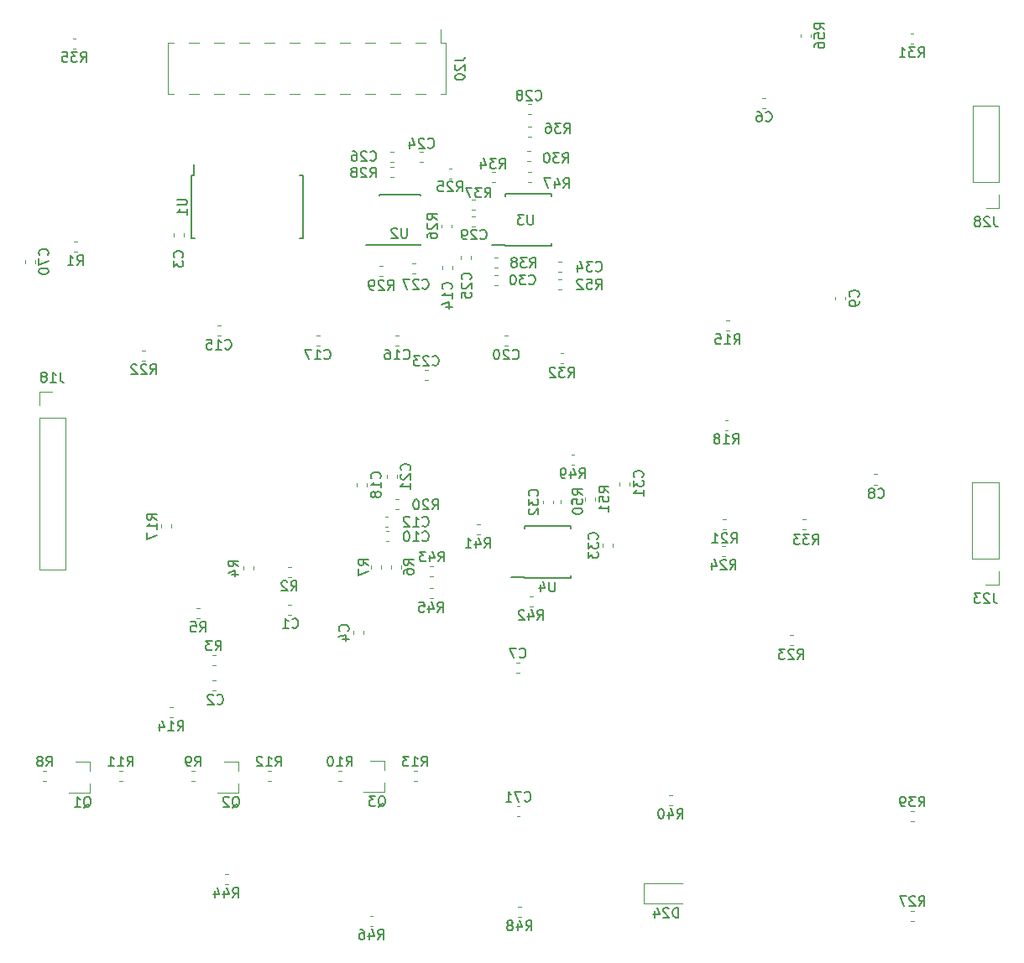
<source format=gbo>
G04 #@! TF.GenerationSoftware,KiCad,Pcbnew,(5.0.1-3-g963ef8bb5)*
G04 #@! TF.CreationDate,2018-11-12T23:43:35-05:00*
G04 #@! TF.ProjectId,EuroSID,4575726F5349442E6B696361645F7063,rev?*
G04 #@! TF.SameCoordinates,Original*
G04 #@! TF.FileFunction,Legend,Bot*
G04 #@! TF.FilePolarity,Positive*
%FSLAX46Y46*%
G04 Gerber Fmt 4.6, Leading zero omitted, Abs format (unit mm)*
G04 Created by KiCad (PCBNEW (5.0.1-3-g963ef8bb5)) date Monday, November 12, 2018 at 11:43:35 PM*
%MOMM*%
%LPD*%
G01*
G04 APERTURE LIST*
%ADD10C,0.120000*%
%ADD11C,0.150000*%
G04 APERTURE END LIST*
D10*
G04 #@! TO.C,R44*
X175657221Y-132838000D02*
X175982779Y-132838000D01*
X175657221Y-133858000D02*
X175982779Y-133858000D01*
G04 #@! TO.C,R45*
X196319721Y-103990000D02*
X196645279Y-103990000D01*
X196319721Y-105010000D02*
X196645279Y-105010000D01*
G04 #@! TO.C,R46*
X190287721Y-137029000D02*
X190613279Y-137029000D01*
X190287721Y-138049000D02*
X190613279Y-138049000D01*
G04 #@! TO.C,R47*
X206264221Y-61972000D02*
X206589779Y-61972000D01*
X206264221Y-62992000D02*
X206589779Y-62992000D01*
G04 #@! TO.C,R48*
X205248221Y-136140000D02*
X205573779Y-136140000D01*
X205248221Y-137160000D02*
X205573779Y-137160000D01*
G04 #@! TO.C,R49*
X210607221Y-90490000D02*
X210932779Y-90490000D01*
X210607221Y-91510000D02*
X210932779Y-91510000D01*
G04 #@! TO.C,R50*
X209510000Y-95375279D02*
X209510000Y-95049721D01*
X210530000Y-95375279D02*
X210530000Y-95049721D01*
G04 #@! TO.C,R51*
X212010000Y-95125279D02*
X212010000Y-94799721D01*
X213030000Y-95125279D02*
X213030000Y-94799721D01*
D11*
G04 #@! TO.C,U1*
X183570000Y-68675000D02*
X183245000Y-68675000D01*
X183570000Y-62325000D02*
X183570000Y-68675000D01*
X183245000Y-62325000D02*
X183570000Y-62325000D01*
X172320000Y-68675000D02*
X172645000Y-68675000D01*
X172320000Y-62325000D02*
X172320000Y-68675000D01*
X172545000Y-62325000D02*
X172320000Y-62325000D01*
X172545000Y-61250000D02*
X172545000Y-62325000D01*
G04 #@! TO.C,U3*
X203975000Y-69300000D02*
X202625000Y-69300000D01*
X203975000Y-64175000D02*
X208625000Y-64175000D01*
X203975000Y-69425000D02*
X208625000Y-69425000D01*
X203975000Y-64175000D02*
X203975000Y-64400000D01*
X208625000Y-64175000D02*
X208625000Y-64400000D01*
X208625000Y-69425000D02*
X208625000Y-69200000D01*
X203975000Y-69425000D02*
X203975000Y-69300000D01*
D10*
G04 #@! TO.C,Q1*
X162086000Y-121498639D02*
X160626000Y-121498639D01*
X162086000Y-124658639D02*
X159926000Y-124658639D01*
X162086000Y-124658639D02*
X162086000Y-123728639D01*
X162086000Y-121498639D02*
X162086000Y-122428639D01*
G04 #@! TO.C,Q2*
X177072000Y-121498639D02*
X175612000Y-121498639D01*
X177072000Y-124658639D02*
X174912000Y-124658639D01*
X177072000Y-124658639D02*
X177072000Y-123728639D01*
X177072000Y-121498639D02*
X177072000Y-122428639D01*
G04 #@! TO.C,Q3*
X191804000Y-121420000D02*
X190344000Y-121420000D01*
X191804000Y-124580000D02*
X189644000Y-124580000D01*
X191804000Y-124580000D02*
X191804000Y-123650000D01*
X191804000Y-121420000D02*
X191804000Y-122350000D01*
G04 #@! TO.C,C1*
X182332779Y-106680000D02*
X182007221Y-106680000D01*
X182332779Y-105660000D02*
X182007221Y-105660000D01*
G04 #@! TO.C,C2*
X174712779Y-114300000D02*
X174387221Y-114300000D01*
X174712779Y-113280000D02*
X174387221Y-113280000D01*
G04 #@! TO.C,C3*
X170520000Y-68480279D02*
X170520000Y-68154721D01*
X171540000Y-68480279D02*
X171540000Y-68154721D01*
G04 #@! TO.C,C4*
X189665000Y-108293221D02*
X189665000Y-108618779D01*
X188645000Y-108293221D02*
X188645000Y-108618779D01*
G04 #@! TO.C,C6*
X229894721Y-54490000D02*
X230220279Y-54490000D01*
X229894721Y-55510000D02*
X230220279Y-55510000D01*
G04 #@! TO.C,C7*
X205395279Y-112510000D02*
X205069721Y-112510000D01*
X205395279Y-111490000D02*
X205069721Y-111490000D01*
G04 #@! TO.C,C8*
X241470279Y-93510000D02*
X241144721Y-93510000D01*
X241470279Y-92490000D02*
X241144721Y-92490000D01*
G04 #@! TO.C,C9*
X237260000Y-74875279D02*
X237260000Y-74549721D01*
X238280000Y-74875279D02*
X238280000Y-74549721D01*
G04 #@! TO.C,C10*
X192220279Y-99260000D02*
X191894721Y-99260000D01*
X192220279Y-98240000D02*
X191894721Y-98240000D01*
G04 #@! TO.C,C12*
X192145279Y-97760000D02*
X191819721Y-97760000D01*
X192145279Y-96740000D02*
X191819721Y-96740000D01*
G04 #@! TO.C,C14*
X197635000Y-71750279D02*
X197635000Y-71424721D01*
X198655000Y-71750279D02*
X198655000Y-71424721D01*
G04 #@! TO.C,C15*
X174894721Y-77490000D02*
X175220279Y-77490000D01*
X174894721Y-78510000D02*
X175220279Y-78510000D01*
G04 #@! TO.C,C16*
X192894721Y-78490000D02*
X193220279Y-78490000D01*
X192894721Y-79510000D02*
X193220279Y-79510000D01*
G04 #@! TO.C,C17*
X184894721Y-78490000D02*
X185220279Y-78490000D01*
X184894721Y-79510000D02*
X185220279Y-79510000D01*
G04 #@! TO.C,C18*
X189010000Y-93700279D02*
X189010000Y-93374721D01*
X190030000Y-93700279D02*
X190030000Y-93374721D01*
G04 #@! TO.C,C20*
X203894721Y-78490000D02*
X204220279Y-78490000D01*
X203894721Y-79510000D02*
X204220279Y-79510000D01*
G04 #@! TO.C,C21*
X192010000Y-92875279D02*
X192010000Y-92549721D01*
X193030000Y-92875279D02*
X193030000Y-92549721D01*
G04 #@! TO.C,C23*
X196145279Y-83010000D02*
X195819721Y-83010000D01*
X196145279Y-81990000D02*
X195819721Y-81990000D01*
G04 #@! TO.C,C24*
X195660279Y-60920000D02*
X195334721Y-60920000D01*
X195660279Y-59900000D02*
X195334721Y-59900000D01*
G04 #@! TO.C,C25*
X200520000Y-70449721D02*
X200520000Y-70775279D01*
X199500000Y-70449721D02*
X199500000Y-70775279D01*
G04 #@! TO.C,C26*
X192357221Y-59900000D02*
X192682779Y-59900000D01*
X192357221Y-60920000D02*
X192682779Y-60920000D01*
G04 #@! TO.C,C27*
X194895279Y-72235000D02*
X194569721Y-72235000D01*
X194895279Y-71215000D02*
X194569721Y-71215000D01*
G04 #@! TO.C,C28*
X206564279Y-55114000D02*
X206238721Y-55114000D01*
X206564279Y-56134000D02*
X206238721Y-56134000D01*
G04 #@! TO.C,C31*
X216530000Y-93299721D02*
X216530000Y-93625279D01*
X215510000Y-93299721D02*
X215510000Y-93625279D01*
G04 #@! TO.C,R1*
X160442721Y-68990000D02*
X160768279Y-68990000D01*
X160442721Y-70010000D02*
X160768279Y-70010000D01*
G04 #@! TO.C,R2*
X182007221Y-101850000D02*
X182332779Y-101850000D01*
X182007221Y-102870000D02*
X182332779Y-102870000D01*
G04 #@! TO.C,R3*
X174712779Y-111760000D02*
X174387221Y-111760000D01*
X174712779Y-110740000D02*
X174387221Y-110740000D01*
G04 #@! TO.C,R4*
X178530000Y-101799721D02*
X178530000Y-102125279D01*
X177510000Y-101799721D02*
X177510000Y-102125279D01*
G04 #@! TO.C,R5*
X172819721Y-105990000D02*
X173145279Y-105990000D01*
X172819721Y-107010000D02*
X173145279Y-107010000D01*
G04 #@! TO.C,R6*
X192455000Y-102040279D02*
X192455000Y-101714721D01*
X193475000Y-102040279D02*
X193475000Y-101714721D01*
G04 #@! TO.C,R7*
X190423000Y-101989279D02*
X190423000Y-101663721D01*
X191443000Y-101989279D02*
X191443000Y-101663721D01*
G04 #@! TO.C,R8*
X157669279Y-123444000D02*
X157343721Y-123444000D01*
X157669279Y-122424000D02*
X157343721Y-122424000D01*
G04 #@! TO.C,R9*
X172655279Y-123444000D02*
X172329721Y-123444000D01*
X172655279Y-122424000D02*
X172329721Y-122424000D01*
G04 #@! TO.C,R10*
X187438279Y-123444000D02*
X187112721Y-123444000D01*
X187438279Y-122424000D02*
X187112721Y-122424000D01*
G04 #@! TO.C,R11*
X165340279Y-123444000D02*
X165014721Y-123444000D01*
X165340279Y-122424000D02*
X165014721Y-122424000D01*
G04 #@! TO.C,R12*
X180300779Y-123444000D02*
X179975221Y-123444000D01*
X180300779Y-122424000D02*
X179975221Y-122424000D01*
G04 #@! TO.C,R13*
X195032779Y-123444000D02*
X194707221Y-123444000D01*
X195032779Y-122424000D02*
X194707221Y-122424000D01*
G04 #@! TO.C,R14*
X170107221Y-115990000D02*
X170432779Y-115990000D01*
X170107221Y-117010000D02*
X170432779Y-117010000D01*
G04 #@! TO.C,R15*
X226228721Y-76958000D02*
X226554279Y-76958000D01*
X226228721Y-77978000D02*
X226554279Y-77978000D01*
G04 #@! TO.C,R17*
X170280000Y-97549721D02*
X170280000Y-97875279D01*
X169260000Y-97549721D02*
X169260000Y-97875279D01*
G04 #@! TO.C,R18*
X226101721Y-86991000D02*
X226427279Y-86991000D01*
X226101721Y-88011000D02*
X226427279Y-88011000D01*
G04 #@! TO.C,R20*
X193220279Y-96010000D02*
X192894721Y-96010000D01*
X193220279Y-94990000D02*
X192894721Y-94990000D01*
G04 #@! TO.C,R21*
X225923721Y-97024000D02*
X226249279Y-97024000D01*
X225923721Y-98044000D02*
X226249279Y-98044000D01*
G04 #@! TO.C,R22*
X167319721Y-79990000D02*
X167645279Y-79990000D01*
X167319721Y-81010000D02*
X167645279Y-81010000D01*
G04 #@! TO.C,R23*
X232644721Y-108740000D02*
X232970279Y-108740000D01*
X232644721Y-109760000D02*
X232970279Y-109760000D01*
G04 #@! TO.C,R24*
X225822221Y-99691000D02*
X226147779Y-99691000D01*
X225822221Y-100711000D02*
X226147779Y-100711000D01*
G04 #@! TO.C,R25*
X198244721Y-61615000D02*
X198570279Y-61615000D01*
X198244721Y-62635000D02*
X198570279Y-62635000D01*
G04 #@! TO.C,R26*
X198555000Y-67272221D02*
X198555000Y-67597779D01*
X197535000Y-67272221D02*
X197535000Y-67597779D01*
G04 #@! TO.C,R27*
X245197779Y-137541000D02*
X244872221Y-137541000D01*
X245197779Y-136521000D02*
X244872221Y-136521000D01*
G04 #@! TO.C,R28*
X192720279Y-62510000D02*
X192394721Y-62510000D01*
X192720279Y-61490000D02*
X192394721Y-61490000D01*
G04 #@! TO.C,R29*
X191294721Y-71490000D02*
X191620279Y-71490000D01*
X191294721Y-72510000D02*
X191620279Y-72510000D01*
G04 #@! TO.C,R30*
X206137221Y-59813000D02*
X206462779Y-59813000D01*
X206137221Y-60833000D02*
X206462779Y-60833000D01*
G04 #@! TO.C,R31*
X244819721Y-47990000D02*
X245145279Y-47990000D01*
X244819721Y-49010000D02*
X245145279Y-49010000D01*
G04 #@! TO.C,R32*
X209507221Y-80290000D02*
X209832779Y-80290000D01*
X209507221Y-81310000D02*
X209832779Y-81310000D01*
G04 #@! TO.C,R33*
X234275779Y-98044000D02*
X233950221Y-98044000D01*
X234275779Y-97024000D02*
X233950221Y-97024000D01*
G04 #@! TO.C,R34*
X202906779Y-62992000D02*
X202581221Y-62992000D01*
X202906779Y-61972000D02*
X202581221Y-61972000D01*
G04 #@! TO.C,R35*
X160319721Y-48490000D02*
X160645279Y-48490000D01*
X160319721Y-49510000D02*
X160645279Y-49510000D01*
G04 #@! TO.C,R36*
X206238721Y-57400000D02*
X206564279Y-57400000D01*
X206238721Y-58420000D02*
X206564279Y-58420000D01*
G04 #@! TO.C,R37*
X200569721Y-64740000D02*
X200895279Y-64740000D01*
X200569721Y-65760000D02*
X200895279Y-65760000D01*
G04 #@! TO.C,R38*
X203160779Y-71628000D02*
X202835221Y-71628000D01*
X203160779Y-70608000D02*
X202835221Y-70608000D01*
G04 #@! TO.C,R39*
X245197779Y-127508000D02*
X244872221Y-127508000D01*
X245197779Y-126488000D02*
X244872221Y-126488000D01*
G04 #@! TO.C,R40*
X220488221Y-124837000D02*
X220813779Y-124837000D01*
X220488221Y-125857000D02*
X220813779Y-125857000D01*
G04 #@! TO.C,R41*
X201057221Y-97532000D02*
X201382779Y-97532000D01*
X201057221Y-98552000D02*
X201382779Y-98552000D01*
G04 #@! TO.C,R42*
X206391221Y-104771000D02*
X206716779Y-104771000D01*
X206391221Y-105791000D02*
X206716779Y-105791000D01*
G04 #@! TO.C,R43*
X196332721Y-101723000D02*
X196658279Y-101723000D01*
X196332721Y-102743000D02*
X196658279Y-102743000D01*
G04 #@! TO.C,J18*
X158270000Y-84170000D02*
X156940000Y-84170000D01*
X156940000Y-84170000D02*
X156940000Y-85500000D01*
X156940000Y-86770000D02*
X156940000Y-102070000D01*
X159600000Y-102070000D02*
X156940000Y-102070000D01*
X159600000Y-86770000D02*
X159600000Y-102070000D01*
X159600000Y-86770000D02*
X156940000Y-86770000D01*
G04 #@! TO.C,J20*
X197970000Y-54130000D02*
X197970000Y-48930000D01*
X197970000Y-48930000D02*
X197400000Y-48930000D01*
X195880000Y-48930000D02*
X194860000Y-48930000D01*
X193340000Y-48930000D02*
X192320000Y-48930000D01*
X190800000Y-48930000D02*
X189780000Y-48930000D01*
X188260000Y-48930000D02*
X187240000Y-48930000D01*
X185720000Y-48930000D02*
X184700000Y-48930000D01*
X183180000Y-48930000D02*
X182160000Y-48930000D01*
X180640000Y-48930000D02*
X179620000Y-48930000D01*
X178100000Y-48930000D02*
X177080000Y-48930000D01*
X175560000Y-48930000D02*
X174540000Y-48930000D01*
X173020000Y-48930000D02*
X172000000Y-48930000D01*
X170480000Y-48930000D02*
X169910000Y-48930000D01*
X169910000Y-54130000D02*
X169910000Y-48930000D01*
X197970000Y-54130000D02*
X197400000Y-54130000D01*
X195880000Y-54130000D02*
X194860000Y-54130000D01*
X193340000Y-54130000D02*
X192320000Y-54130000D01*
X190800000Y-54130000D02*
X189780000Y-54130000D01*
X188260000Y-54130000D02*
X187240000Y-54130000D01*
X185720000Y-54130000D02*
X184700000Y-54130000D01*
X183180000Y-54130000D02*
X182160000Y-54130000D01*
X180640000Y-54130000D02*
X179620000Y-54130000D01*
X178100000Y-54130000D02*
X177080000Y-54130000D01*
X175560000Y-54130000D02*
X174540000Y-54130000D01*
X173020000Y-54130000D02*
X172000000Y-54130000D01*
X170480000Y-54130000D02*
X169910000Y-54130000D01*
X197400000Y-48930000D02*
X197400000Y-47570000D01*
G04 #@! TO.C,J28*
X252440000Y-65590000D02*
X253770000Y-65590000D01*
X253770000Y-65590000D02*
X253770000Y-64260000D01*
X253770000Y-62990000D02*
X253770000Y-55310000D01*
X251110000Y-55310000D02*
X253770000Y-55310000D01*
X251110000Y-62990000D02*
X251110000Y-55310000D01*
X251110000Y-62990000D02*
X253770000Y-62990000D01*
G04 #@! TO.C,J23*
X252390000Y-103590000D02*
X253720000Y-103590000D01*
X253720000Y-103590000D02*
X253720000Y-102260000D01*
X253720000Y-100990000D02*
X253720000Y-93310000D01*
X251060000Y-93310000D02*
X253720000Y-93310000D01*
X251060000Y-100990000D02*
X251060000Y-93310000D01*
X251060000Y-100990000D02*
X253720000Y-100990000D01*
G04 #@! TO.C,R52*
X209312221Y-73787000D02*
X209637779Y-73787000D01*
X209312221Y-72767000D02*
X209637779Y-72767000D01*
G04 #@! TO.C,C29*
X200895279Y-66490000D02*
X200569721Y-66490000D01*
X200895279Y-67510000D02*
X200569721Y-67510000D01*
G04 #@! TO.C,C30*
X202860721Y-72386000D02*
X203186279Y-72386000D01*
X202860721Y-73406000D02*
X203186279Y-73406000D01*
G04 #@! TO.C,C32*
X208780000Y-95124721D02*
X208780000Y-95450279D01*
X207760000Y-95124721D02*
X207760000Y-95450279D01*
G04 #@! TO.C,C33*
X213791000Y-99504721D02*
X213791000Y-99830279D01*
X214811000Y-99504721D02*
X214811000Y-99830279D01*
G04 #@! TO.C,C34*
X209637779Y-70989000D02*
X209312221Y-70989000D01*
X209637779Y-72009000D02*
X209312221Y-72009000D01*
G04 #@! TO.C,D24*
X217942800Y-135788180D02*
X217942800Y-133788180D01*
X217942800Y-133788180D02*
X221842800Y-133788180D01*
X217942800Y-135788180D02*
X221842800Y-135788180D01*
D11*
G04 #@! TO.C,U2*
X191271000Y-69375000D02*
X191271000Y-69325000D01*
X195421000Y-69375000D02*
X195421000Y-69230000D01*
X195421000Y-64225000D02*
X195421000Y-64370000D01*
X191271000Y-64225000D02*
X191271000Y-64370000D01*
X191271000Y-69375000D02*
X195421000Y-69375000D01*
X191271000Y-64225000D02*
X195421000Y-64225000D01*
X191271000Y-69325000D02*
X189871000Y-69325000D01*
G04 #@! TO.C,U4*
X205880000Y-102953000D02*
X205880000Y-102828000D01*
X210530000Y-102953000D02*
X210530000Y-102728000D01*
X210530000Y-97703000D02*
X210530000Y-97928000D01*
X205880000Y-97703000D02*
X205880000Y-97928000D01*
X205880000Y-102953000D02*
X210530000Y-102953000D01*
X205880000Y-97703000D02*
X210530000Y-97703000D01*
X205880000Y-102828000D02*
X204530000Y-102828000D01*
D10*
G04 #@! TO.C,C70*
X156530000Y-71162779D02*
X156530000Y-70837221D01*
X155510000Y-71162779D02*
X155510000Y-70837221D01*
G04 #@! TO.C,C71*
X205432779Y-127010000D02*
X205107221Y-127010000D01*
X205432779Y-125990000D02*
X205107221Y-125990000D01*
G04 #@! TO.C,R56*
X234780000Y-48375279D02*
X234780000Y-48049721D01*
X233760000Y-48375279D02*
X233760000Y-48049721D01*
G04 #@! TO.C,R44*
D11*
X176462857Y-135230380D02*
X176796190Y-134754190D01*
X177034285Y-135230380D02*
X177034285Y-134230380D01*
X176653333Y-134230380D01*
X176558095Y-134278000D01*
X176510476Y-134325619D01*
X176462857Y-134420857D01*
X176462857Y-134563714D01*
X176510476Y-134658952D01*
X176558095Y-134706571D01*
X176653333Y-134754190D01*
X177034285Y-134754190D01*
X175605714Y-134563714D02*
X175605714Y-135230380D01*
X175843809Y-134182761D02*
X176081904Y-134897047D01*
X175462857Y-134897047D01*
X174653333Y-134563714D02*
X174653333Y-135230380D01*
X174891428Y-134182761D02*
X175129523Y-134897047D01*
X174510476Y-134897047D01*
G04 #@! TO.C,R45*
X197125357Y-106382380D02*
X197458690Y-105906190D01*
X197696785Y-106382380D02*
X197696785Y-105382380D01*
X197315833Y-105382380D01*
X197220595Y-105430000D01*
X197172976Y-105477619D01*
X197125357Y-105572857D01*
X197125357Y-105715714D01*
X197172976Y-105810952D01*
X197220595Y-105858571D01*
X197315833Y-105906190D01*
X197696785Y-105906190D01*
X196268214Y-105715714D02*
X196268214Y-106382380D01*
X196506309Y-105334761D02*
X196744404Y-106049047D01*
X196125357Y-106049047D01*
X195268214Y-105382380D02*
X195744404Y-105382380D01*
X195792023Y-105858571D01*
X195744404Y-105810952D01*
X195649166Y-105763333D01*
X195411071Y-105763333D01*
X195315833Y-105810952D01*
X195268214Y-105858571D01*
X195220595Y-105953809D01*
X195220595Y-106191904D01*
X195268214Y-106287142D01*
X195315833Y-106334761D01*
X195411071Y-106382380D01*
X195649166Y-106382380D01*
X195744404Y-106334761D01*
X195792023Y-106287142D01*
G04 #@! TO.C,R46*
X191093357Y-139421380D02*
X191426690Y-138945190D01*
X191664785Y-139421380D02*
X191664785Y-138421380D01*
X191283833Y-138421380D01*
X191188595Y-138469000D01*
X191140976Y-138516619D01*
X191093357Y-138611857D01*
X191093357Y-138754714D01*
X191140976Y-138849952D01*
X191188595Y-138897571D01*
X191283833Y-138945190D01*
X191664785Y-138945190D01*
X190236214Y-138754714D02*
X190236214Y-139421380D01*
X190474309Y-138373761D02*
X190712404Y-139088047D01*
X190093357Y-139088047D01*
X189283833Y-138421380D02*
X189474309Y-138421380D01*
X189569547Y-138469000D01*
X189617166Y-138516619D01*
X189712404Y-138659476D01*
X189760023Y-138849952D01*
X189760023Y-139230904D01*
X189712404Y-139326142D01*
X189664785Y-139373761D01*
X189569547Y-139421380D01*
X189379071Y-139421380D01*
X189283833Y-139373761D01*
X189236214Y-139326142D01*
X189188595Y-139230904D01*
X189188595Y-138992809D01*
X189236214Y-138897571D01*
X189283833Y-138849952D01*
X189379071Y-138802333D01*
X189569547Y-138802333D01*
X189664785Y-138849952D01*
X189712404Y-138897571D01*
X189760023Y-138992809D01*
G04 #@! TO.C,R47*
X209832857Y-63602380D02*
X210166190Y-63126190D01*
X210404285Y-63602380D02*
X210404285Y-62602380D01*
X210023333Y-62602380D01*
X209928095Y-62650000D01*
X209880476Y-62697619D01*
X209832857Y-62792857D01*
X209832857Y-62935714D01*
X209880476Y-63030952D01*
X209928095Y-63078571D01*
X210023333Y-63126190D01*
X210404285Y-63126190D01*
X208975714Y-62935714D02*
X208975714Y-63602380D01*
X209213809Y-62554761D02*
X209451904Y-63269047D01*
X208832857Y-63269047D01*
X208547142Y-62602380D02*
X207880476Y-62602380D01*
X208309047Y-63602380D01*
G04 #@! TO.C,R48*
X206053857Y-138532380D02*
X206387190Y-138056190D01*
X206625285Y-138532380D02*
X206625285Y-137532380D01*
X206244333Y-137532380D01*
X206149095Y-137580000D01*
X206101476Y-137627619D01*
X206053857Y-137722857D01*
X206053857Y-137865714D01*
X206101476Y-137960952D01*
X206149095Y-138008571D01*
X206244333Y-138056190D01*
X206625285Y-138056190D01*
X205196714Y-137865714D02*
X205196714Y-138532380D01*
X205434809Y-137484761D02*
X205672904Y-138199047D01*
X205053857Y-138199047D01*
X204530047Y-137960952D02*
X204625285Y-137913333D01*
X204672904Y-137865714D01*
X204720523Y-137770476D01*
X204720523Y-137722857D01*
X204672904Y-137627619D01*
X204625285Y-137580000D01*
X204530047Y-137532380D01*
X204339571Y-137532380D01*
X204244333Y-137580000D01*
X204196714Y-137627619D01*
X204149095Y-137722857D01*
X204149095Y-137770476D01*
X204196714Y-137865714D01*
X204244333Y-137913333D01*
X204339571Y-137960952D01*
X204530047Y-137960952D01*
X204625285Y-138008571D01*
X204672904Y-138056190D01*
X204720523Y-138151428D01*
X204720523Y-138341904D01*
X204672904Y-138437142D01*
X204625285Y-138484761D01*
X204530047Y-138532380D01*
X204339571Y-138532380D01*
X204244333Y-138484761D01*
X204196714Y-138437142D01*
X204149095Y-138341904D01*
X204149095Y-138151428D01*
X204196714Y-138056190D01*
X204244333Y-138008571D01*
X204339571Y-137960952D01*
G04 #@! TO.C,R49*
X211412857Y-92882380D02*
X211746190Y-92406190D01*
X211984285Y-92882380D02*
X211984285Y-91882380D01*
X211603333Y-91882380D01*
X211508095Y-91930000D01*
X211460476Y-91977619D01*
X211412857Y-92072857D01*
X211412857Y-92215714D01*
X211460476Y-92310952D01*
X211508095Y-92358571D01*
X211603333Y-92406190D01*
X211984285Y-92406190D01*
X210555714Y-92215714D02*
X210555714Y-92882380D01*
X210793809Y-91834761D02*
X211031904Y-92549047D01*
X210412857Y-92549047D01*
X209984285Y-92882380D02*
X209793809Y-92882380D01*
X209698571Y-92834761D01*
X209650952Y-92787142D01*
X209555714Y-92644285D01*
X209508095Y-92453809D01*
X209508095Y-92072857D01*
X209555714Y-91977619D01*
X209603333Y-91930000D01*
X209698571Y-91882380D01*
X209889047Y-91882380D01*
X209984285Y-91930000D01*
X210031904Y-91977619D01*
X210079523Y-92072857D01*
X210079523Y-92310952D01*
X210031904Y-92406190D01*
X209984285Y-92453809D01*
X209889047Y-92501428D01*
X209698571Y-92501428D01*
X209603333Y-92453809D01*
X209555714Y-92406190D01*
X209508095Y-92310952D01*
G04 #@! TO.C,R50*
X211752380Y-94569642D02*
X211276190Y-94236309D01*
X211752380Y-93998214D02*
X210752380Y-93998214D01*
X210752380Y-94379166D01*
X210800000Y-94474404D01*
X210847619Y-94522023D01*
X210942857Y-94569642D01*
X211085714Y-94569642D01*
X211180952Y-94522023D01*
X211228571Y-94474404D01*
X211276190Y-94379166D01*
X211276190Y-93998214D01*
X210752380Y-95474404D02*
X210752380Y-94998214D01*
X211228571Y-94950595D01*
X211180952Y-94998214D01*
X211133333Y-95093452D01*
X211133333Y-95331547D01*
X211180952Y-95426785D01*
X211228571Y-95474404D01*
X211323809Y-95522023D01*
X211561904Y-95522023D01*
X211657142Y-95474404D01*
X211704761Y-95426785D01*
X211752380Y-95331547D01*
X211752380Y-95093452D01*
X211704761Y-94998214D01*
X211657142Y-94950595D01*
X210752380Y-96141071D02*
X210752380Y-96236309D01*
X210800000Y-96331547D01*
X210847619Y-96379166D01*
X210942857Y-96426785D01*
X211133333Y-96474404D01*
X211371428Y-96474404D01*
X211561904Y-96426785D01*
X211657142Y-96379166D01*
X211704761Y-96331547D01*
X211752380Y-96236309D01*
X211752380Y-96141071D01*
X211704761Y-96045833D01*
X211657142Y-95998214D01*
X211561904Y-95950595D01*
X211371428Y-95902976D01*
X211133333Y-95902976D01*
X210942857Y-95950595D01*
X210847619Y-95998214D01*
X210800000Y-96045833D01*
X210752380Y-96141071D01*
G04 #@! TO.C,R51*
X214402380Y-94319642D02*
X213926190Y-93986309D01*
X214402380Y-93748214D02*
X213402380Y-93748214D01*
X213402380Y-94129166D01*
X213450000Y-94224404D01*
X213497619Y-94272023D01*
X213592857Y-94319642D01*
X213735714Y-94319642D01*
X213830952Y-94272023D01*
X213878571Y-94224404D01*
X213926190Y-94129166D01*
X213926190Y-93748214D01*
X213402380Y-95224404D02*
X213402380Y-94748214D01*
X213878571Y-94700595D01*
X213830952Y-94748214D01*
X213783333Y-94843452D01*
X213783333Y-95081547D01*
X213830952Y-95176785D01*
X213878571Y-95224404D01*
X213973809Y-95272023D01*
X214211904Y-95272023D01*
X214307142Y-95224404D01*
X214354761Y-95176785D01*
X214402380Y-95081547D01*
X214402380Y-94843452D01*
X214354761Y-94748214D01*
X214307142Y-94700595D01*
X214402380Y-96224404D02*
X214402380Y-95652976D01*
X214402380Y-95938690D02*
X213402380Y-95938690D01*
X213545238Y-95843452D01*
X213640476Y-95748214D01*
X213688095Y-95652976D01*
G04 #@! TO.C,U1*
X170847380Y-64738095D02*
X171656904Y-64738095D01*
X171752142Y-64785714D01*
X171799761Y-64833333D01*
X171847380Y-64928571D01*
X171847380Y-65119047D01*
X171799761Y-65214285D01*
X171752142Y-65261904D01*
X171656904Y-65309523D01*
X170847380Y-65309523D01*
X171847380Y-66309523D02*
X171847380Y-65738095D01*
X171847380Y-66023809D02*
X170847380Y-66023809D01*
X170990238Y-65928571D01*
X171085476Y-65833333D01*
X171133095Y-65738095D01*
G04 #@! TO.C,U3*
X206761904Y-66282380D02*
X206761904Y-67091904D01*
X206714285Y-67187142D01*
X206666666Y-67234761D01*
X206571428Y-67282380D01*
X206380952Y-67282380D01*
X206285714Y-67234761D01*
X206238095Y-67187142D01*
X206190476Y-67091904D01*
X206190476Y-66282380D01*
X205809523Y-66282380D02*
X205190476Y-66282380D01*
X205523809Y-66663333D01*
X205380952Y-66663333D01*
X205285714Y-66710952D01*
X205238095Y-66758571D01*
X205190476Y-66853809D01*
X205190476Y-67091904D01*
X205238095Y-67187142D01*
X205285714Y-67234761D01*
X205380952Y-67282380D01*
X205666666Y-67282380D01*
X205761904Y-67234761D01*
X205809523Y-67187142D01*
G04 #@! TO.C,Q1*
X161421238Y-126126258D02*
X161516476Y-126078639D01*
X161611714Y-125983400D01*
X161754571Y-125840543D01*
X161849809Y-125792924D01*
X161945047Y-125792924D01*
X161897428Y-126031019D02*
X161992666Y-125983400D01*
X162087904Y-125888162D01*
X162135523Y-125697686D01*
X162135523Y-125364353D01*
X162087904Y-125173877D01*
X161992666Y-125078639D01*
X161897428Y-125031019D01*
X161706952Y-125031019D01*
X161611714Y-125078639D01*
X161516476Y-125173877D01*
X161468857Y-125364353D01*
X161468857Y-125697686D01*
X161516476Y-125888162D01*
X161611714Y-125983400D01*
X161706952Y-126031019D01*
X161897428Y-126031019D01*
X160516476Y-126031019D02*
X161087904Y-126031019D01*
X160802190Y-126031019D02*
X160802190Y-125031019D01*
X160897428Y-125173877D01*
X160992666Y-125269115D01*
X161087904Y-125316734D01*
G04 #@! TO.C,Q2*
X176407238Y-126126258D02*
X176502476Y-126078639D01*
X176597714Y-125983400D01*
X176740571Y-125840543D01*
X176835809Y-125792924D01*
X176931047Y-125792924D01*
X176883428Y-126031019D02*
X176978666Y-125983400D01*
X177073904Y-125888162D01*
X177121523Y-125697686D01*
X177121523Y-125364353D01*
X177073904Y-125173877D01*
X176978666Y-125078639D01*
X176883428Y-125031019D01*
X176692952Y-125031019D01*
X176597714Y-125078639D01*
X176502476Y-125173877D01*
X176454857Y-125364353D01*
X176454857Y-125697686D01*
X176502476Y-125888162D01*
X176597714Y-125983400D01*
X176692952Y-126031019D01*
X176883428Y-126031019D01*
X176073904Y-125126258D02*
X176026285Y-125078639D01*
X175931047Y-125031019D01*
X175692952Y-125031019D01*
X175597714Y-125078639D01*
X175550095Y-125126258D01*
X175502476Y-125221496D01*
X175502476Y-125316734D01*
X175550095Y-125459591D01*
X176121523Y-126031019D01*
X175502476Y-126031019D01*
G04 #@! TO.C,Q3*
X191139238Y-126047619D02*
X191234476Y-126000000D01*
X191329714Y-125904761D01*
X191472571Y-125761904D01*
X191567809Y-125714285D01*
X191663047Y-125714285D01*
X191615428Y-125952380D02*
X191710666Y-125904761D01*
X191805904Y-125809523D01*
X191853523Y-125619047D01*
X191853523Y-125285714D01*
X191805904Y-125095238D01*
X191710666Y-125000000D01*
X191615428Y-124952380D01*
X191424952Y-124952380D01*
X191329714Y-125000000D01*
X191234476Y-125095238D01*
X191186857Y-125285714D01*
X191186857Y-125619047D01*
X191234476Y-125809523D01*
X191329714Y-125904761D01*
X191424952Y-125952380D01*
X191615428Y-125952380D01*
X190853523Y-124952380D02*
X190234476Y-124952380D01*
X190567809Y-125333333D01*
X190424952Y-125333333D01*
X190329714Y-125380952D01*
X190282095Y-125428571D01*
X190234476Y-125523809D01*
X190234476Y-125761904D01*
X190282095Y-125857142D01*
X190329714Y-125904761D01*
X190424952Y-125952380D01*
X190710666Y-125952380D01*
X190805904Y-125904761D01*
X190853523Y-125857142D01*
G04 #@! TO.C,C1*
X182466666Y-107927142D02*
X182514285Y-107974761D01*
X182657142Y-108022380D01*
X182752380Y-108022380D01*
X182895238Y-107974761D01*
X182990476Y-107879523D01*
X183038095Y-107784285D01*
X183085714Y-107593809D01*
X183085714Y-107450952D01*
X183038095Y-107260476D01*
X182990476Y-107165238D01*
X182895238Y-107070000D01*
X182752380Y-107022380D01*
X182657142Y-107022380D01*
X182514285Y-107070000D01*
X182466666Y-107117619D01*
X181514285Y-108022380D02*
X182085714Y-108022380D01*
X181800000Y-108022380D02*
X181800000Y-107022380D01*
X181895238Y-107165238D01*
X181990476Y-107260476D01*
X182085714Y-107308095D01*
G04 #@! TO.C,C2*
X174886666Y-115617142D02*
X174934285Y-115664761D01*
X175077142Y-115712380D01*
X175172380Y-115712380D01*
X175315238Y-115664761D01*
X175410476Y-115569523D01*
X175458095Y-115474285D01*
X175505714Y-115283809D01*
X175505714Y-115140952D01*
X175458095Y-114950476D01*
X175410476Y-114855238D01*
X175315238Y-114760000D01*
X175172380Y-114712380D01*
X175077142Y-114712380D01*
X174934285Y-114760000D01*
X174886666Y-114807619D01*
X174505714Y-114807619D02*
X174458095Y-114760000D01*
X174362857Y-114712380D01*
X174124761Y-114712380D01*
X174029523Y-114760000D01*
X173981904Y-114807619D01*
X173934285Y-114902857D01*
X173934285Y-114998095D01*
X173981904Y-115140952D01*
X174553333Y-115712380D01*
X173934285Y-115712380D01*
G04 #@! TO.C,C3*
X171387142Y-70583333D02*
X171434761Y-70535714D01*
X171482380Y-70392857D01*
X171482380Y-70297619D01*
X171434761Y-70154761D01*
X171339523Y-70059523D01*
X171244285Y-70011904D01*
X171053809Y-69964285D01*
X170910952Y-69964285D01*
X170720476Y-70011904D01*
X170625238Y-70059523D01*
X170530000Y-70154761D01*
X170482380Y-70297619D01*
X170482380Y-70392857D01*
X170530000Y-70535714D01*
X170577619Y-70583333D01*
X170482380Y-70916666D02*
X170482380Y-71535714D01*
X170863333Y-71202380D01*
X170863333Y-71345238D01*
X170910952Y-71440476D01*
X170958571Y-71488095D01*
X171053809Y-71535714D01*
X171291904Y-71535714D01*
X171387142Y-71488095D01*
X171434761Y-71440476D01*
X171482380Y-71345238D01*
X171482380Y-71059523D01*
X171434761Y-70964285D01*
X171387142Y-70916666D01*
G04 #@! TO.C,C4*
X188082142Y-108289333D02*
X188129761Y-108241714D01*
X188177380Y-108098857D01*
X188177380Y-108003619D01*
X188129761Y-107860761D01*
X188034523Y-107765523D01*
X187939285Y-107717904D01*
X187748809Y-107670285D01*
X187605952Y-107670285D01*
X187415476Y-107717904D01*
X187320238Y-107765523D01*
X187225000Y-107860761D01*
X187177380Y-108003619D01*
X187177380Y-108098857D01*
X187225000Y-108241714D01*
X187272619Y-108289333D01*
X187510714Y-109146476D02*
X188177380Y-109146476D01*
X187129761Y-108908380D02*
X187844047Y-108670285D01*
X187844047Y-109289333D01*
G04 #@! TO.C,C6*
X230224166Y-56787142D02*
X230271785Y-56834761D01*
X230414642Y-56882380D01*
X230509880Y-56882380D01*
X230652738Y-56834761D01*
X230747976Y-56739523D01*
X230795595Y-56644285D01*
X230843214Y-56453809D01*
X230843214Y-56310952D01*
X230795595Y-56120476D01*
X230747976Y-56025238D01*
X230652738Y-55930000D01*
X230509880Y-55882380D01*
X230414642Y-55882380D01*
X230271785Y-55930000D01*
X230224166Y-55977619D01*
X229367023Y-55882380D02*
X229557500Y-55882380D01*
X229652738Y-55930000D01*
X229700357Y-55977619D01*
X229795595Y-56120476D01*
X229843214Y-56310952D01*
X229843214Y-56691904D01*
X229795595Y-56787142D01*
X229747976Y-56834761D01*
X229652738Y-56882380D01*
X229462261Y-56882380D01*
X229367023Y-56834761D01*
X229319404Y-56787142D01*
X229271785Y-56691904D01*
X229271785Y-56453809D01*
X229319404Y-56358571D01*
X229367023Y-56310952D01*
X229462261Y-56263333D01*
X229652738Y-56263333D01*
X229747976Y-56310952D01*
X229795595Y-56358571D01*
X229843214Y-56453809D01*
G04 #@! TO.C,C7*
X205399166Y-110927142D02*
X205446785Y-110974761D01*
X205589642Y-111022380D01*
X205684880Y-111022380D01*
X205827738Y-110974761D01*
X205922976Y-110879523D01*
X205970595Y-110784285D01*
X206018214Y-110593809D01*
X206018214Y-110450952D01*
X205970595Y-110260476D01*
X205922976Y-110165238D01*
X205827738Y-110070000D01*
X205684880Y-110022380D01*
X205589642Y-110022380D01*
X205446785Y-110070000D01*
X205399166Y-110117619D01*
X205065833Y-110022380D02*
X204399166Y-110022380D01*
X204827738Y-111022380D01*
G04 #@! TO.C,C8*
X241566666Y-94807142D02*
X241614285Y-94854761D01*
X241757142Y-94902380D01*
X241852380Y-94902380D01*
X241995238Y-94854761D01*
X242090476Y-94759523D01*
X242138095Y-94664285D01*
X242185714Y-94473809D01*
X242185714Y-94330952D01*
X242138095Y-94140476D01*
X242090476Y-94045238D01*
X241995238Y-93950000D01*
X241852380Y-93902380D01*
X241757142Y-93902380D01*
X241614285Y-93950000D01*
X241566666Y-93997619D01*
X240995238Y-94330952D02*
X241090476Y-94283333D01*
X241138095Y-94235714D01*
X241185714Y-94140476D01*
X241185714Y-94092857D01*
X241138095Y-93997619D01*
X241090476Y-93950000D01*
X240995238Y-93902380D01*
X240804761Y-93902380D01*
X240709523Y-93950000D01*
X240661904Y-93997619D01*
X240614285Y-94092857D01*
X240614285Y-94140476D01*
X240661904Y-94235714D01*
X240709523Y-94283333D01*
X240804761Y-94330952D01*
X240995238Y-94330952D01*
X241090476Y-94378571D01*
X241138095Y-94426190D01*
X241185714Y-94521428D01*
X241185714Y-94711904D01*
X241138095Y-94807142D01*
X241090476Y-94854761D01*
X240995238Y-94902380D01*
X240804761Y-94902380D01*
X240709523Y-94854761D01*
X240661904Y-94807142D01*
X240614285Y-94711904D01*
X240614285Y-94521428D01*
X240661904Y-94426190D01*
X240709523Y-94378571D01*
X240804761Y-94330952D01*
G04 #@! TO.C,C9*
X239557142Y-74545833D02*
X239604761Y-74498214D01*
X239652380Y-74355357D01*
X239652380Y-74260119D01*
X239604761Y-74117261D01*
X239509523Y-74022023D01*
X239414285Y-73974404D01*
X239223809Y-73926785D01*
X239080952Y-73926785D01*
X238890476Y-73974404D01*
X238795238Y-74022023D01*
X238700000Y-74117261D01*
X238652380Y-74260119D01*
X238652380Y-74355357D01*
X238700000Y-74498214D01*
X238747619Y-74545833D01*
X239652380Y-75022023D02*
X239652380Y-75212500D01*
X239604761Y-75307738D01*
X239557142Y-75355357D01*
X239414285Y-75450595D01*
X239223809Y-75498214D01*
X238842857Y-75498214D01*
X238747619Y-75450595D01*
X238700000Y-75402976D01*
X238652380Y-75307738D01*
X238652380Y-75117261D01*
X238700000Y-75022023D01*
X238747619Y-74974404D01*
X238842857Y-74926785D01*
X239080952Y-74926785D01*
X239176190Y-74974404D01*
X239223809Y-75022023D01*
X239271428Y-75117261D01*
X239271428Y-75307738D01*
X239223809Y-75402976D01*
X239176190Y-75450595D01*
X239080952Y-75498214D01*
G04 #@! TO.C,C10*
X195612857Y-99147142D02*
X195660476Y-99194761D01*
X195803333Y-99242380D01*
X195898571Y-99242380D01*
X196041428Y-99194761D01*
X196136666Y-99099523D01*
X196184285Y-99004285D01*
X196231904Y-98813809D01*
X196231904Y-98670952D01*
X196184285Y-98480476D01*
X196136666Y-98385238D01*
X196041428Y-98290000D01*
X195898571Y-98242380D01*
X195803333Y-98242380D01*
X195660476Y-98290000D01*
X195612857Y-98337619D01*
X194660476Y-99242380D02*
X195231904Y-99242380D01*
X194946190Y-99242380D02*
X194946190Y-98242380D01*
X195041428Y-98385238D01*
X195136666Y-98480476D01*
X195231904Y-98528095D01*
X194041428Y-98242380D02*
X193946190Y-98242380D01*
X193850952Y-98290000D01*
X193803333Y-98337619D01*
X193755714Y-98432857D01*
X193708095Y-98623333D01*
X193708095Y-98861428D01*
X193755714Y-99051904D01*
X193803333Y-99147142D01*
X193850952Y-99194761D01*
X193946190Y-99242380D01*
X194041428Y-99242380D01*
X194136666Y-99194761D01*
X194184285Y-99147142D01*
X194231904Y-99051904D01*
X194279523Y-98861428D01*
X194279523Y-98623333D01*
X194231904Y-98432857D01*
X194184285Y-98337619D01*
X194136666Y-98290000D01*
X194041428Y-98242380D01*
G04 #@! TO.C,C12*
X195612857Y-97667142D02*
X195660476Y-97714761D01*
X195803333Y-97762380D01*
X195898571Y-97762380D01*
X196041428Y-97714761D01*
X196136666Y-97619523D01*
X196184285Y-97524285D01*
X196231904Y-97333809D01*
X196231904Y-97190952D01*
X196184285Y-97000476D01*
X196136666Y-96905238D01*
X196041428Y-96810000D01*
X195898571Y-96762380D01*
X195803333Y-96762380D01*
X195660476Y-96810000D01*
X195612857Y-96857619D01*
X194660476Y-97762380D02*
X195231904Y-97762380D01*
X194946190Y-97762380D02*
X194946190Y-96762380D01*
X195041428Y-96905238D01*
X195136666Y-97000476D01*
X195231904Y-97048095D01*
X194279523Y-96857619D02*
X194231904Y-96810000D01*
X194136666Y-96762380D01*
X193898571Y-96762380D01*
X193803333Y-96810000D01*
X193755714Y-96857619D01*
X193708095Y-96952857D01*
X193708095Y-97048095D01*
X193755714Y-97190952D01*
X194327142Y-97762380D01*
X193708095Y-97762380D01*
G04 #@! TO.C,C14*
X198497142Y-73777142D02*
X198544761Y-73729523D01*
X198592380Y-73586666D01*
X198592380Y-73491428D01*
X198544761Y-73348571D01*
X198449523Y-73253333D01*
X198354285Y-73205714D01*
X198163809Y-73158095D01*
X198020952Y-73158095D01*
X197830476Y-73205714D01*
X197735238Y-73253333D01*
X197640000Y-73348571D01*
X197592380Y-73491428D01*
X197592380Y-73586666D01*
X197640000Y-73729523D01*
X197687619Y-73777142D01*
X198592380Y-74729523D02*
X198592380Y-74158095D01*
X198592380Y-74443809D02*
X197592380Y-74443809D01*
X197735238Y-74348571D01*
X197830476Y-74253333D01*
X197878095Y-74158095D01*
X197925714Y-75586666D02*
X198592380Y-75586666D01*
X197544761Y-75348571D02*
X198259047Y-75110476D01*
X198259047Y-75729523D01*
G04 #@! TO.C,C15*
X175700357Y-79787142D02*
X175747976Y-79834761D01*
X175890833Y-79882380D01*
X175986071Y-79882380D01*
X176128928Y-79834761D01*
X176224166Y-79739523D01*
X176271785Y-79644285D01*
X176319404Y-79453809D01*
X176319404Y-79310952D01*
X176271785Y-79120476D01*
X176224166Y-79025238D01*
X176128928Y-78930000D01*
X175986071Y-78882380D01*
X175890833Y-78882380D01*
X175747976Y-78930000D01*
X175700357Y-78977619D01*
X174747976Y-79882380D02*
X175319404Y-79882380D01*
X175033690Y-79882380D02*
X175033690Y-78882380D01*
X175128928Y-79025238D01*
X175224166Y-79120476D01*
X175319404Y-79168095D01*
X173843214Y-78882380D02*
X174319404Y-78882380D01*
X174367023Y-79358571D01*
X174319404Y-79310952D01*
X174224166Y-79263333D01*
X173986071Y-79263333D01*
X173890833Y-79310952D01*
X173843214Y-79358571D01*
X173795595Y-79453809D01*
X173795595Y-79691904D01*
X173843214Y-79787142D01*
X173890833Y-79834761D01*
X173986071Y-79882380D01*
X174224166Y-79882380D01*
X174319404Y-79834761D01*
X174367023Y-79787142D01*
G04 #@! TO.C,C16*
X193700357Y-80787142D02*
X193747976Y-80834761D01*
X193890833Y-80882380D01*
X193986071Y-80882380D01*
X194128928Y-80834761D01*
X194224166Y-80739523D01*
X194271785Y-80644285D01*
X194319404Y-80453809D01*
X194319404Y-80310952D01*
X194271785Y-80120476D01*
X194224166Y-80025238D01*
X194128928Y-79930000D01*
X193986071Y-79882380D01*
X193890833Y-79882380D01*
X193747976Y-79930000D01*
X193700357Y-79977619D01*
X192747976Y-80882380D02*
X193319404Y-80882380D01*
X193033690Y-80882380D02*
X193033690Y-79882380D01*
X193128928Y-80025238D01*
X193224166Y-80120476D01*
X193319404Y-80168095D01*
X191890833Y-79882380D02*
X192081309Y-79882380D01*
X192176547Y-79930000D01*
X192224166Y-79977619D01*
X192319404Y-80120476D01*
X192367023Y-80310952D01*
X192367023Y-80691904D01*
X192319404Y-80787142D01*
X192271785Y-80834761D01*
X192176547Y-80882380D01*
X191986071Y-80882380D01*
X191890833Y-80834761D01*
X191843214Y-80787142D01*
X191795595Y-80691904D01*
X191795595Y-80453809D01*
X191843214Y-80358571D01*
X191890833Y-80310952D01*
X191986071Y-80263333D01*
X192176547Y-80263333D01*
X192271785Y-80310952D01*
X192319404Y-80358571D01*
X192367023Y-80453809D01*
G04 #@! TO.C,C17*
X185700357Y-80787142D02*
X185747976Y-80834761D01*
X185890833Y-80882380D01*
X185986071Y-80882380D01*
X186128928Y-80834761D01*
X186224166Y-80739523D01*
X186271785Y-80644285D01*
X186319404Y-80453809D01*
X186319404Y-80310952D01*
X186271785Y-80120476D01*
X186224166Y-80025238D01*
X186128928Y-79930000D01*
X185986071Y-79882380D01*
X185890833Y-79882380D01*
X185747976Y-79930000D01*
X185700357Y-79977619D01*
X184747976Y-80882380D02*
X185319404Y-80882380D01*
X185033690Y-80882380D02*
X185033690Y-79882380D01*
X185128928Y-80025238D01*
X185224166Y-80120476D01*
X185319404Y-80168095D01*
X184414642Y-79882380D02*
X183747976Y-79882380D01*
X184176547Y-80882380D01*
G04 #@! TO.C,C18*
X191307142Y-92894642D02*
X191354761Y-92847023D01*
X191402380Y-92704166D01*
X191402380Y-92608928D01*
X191354761Y-92466071D01*
X191259523Y-92370833D01*
X191164285Y-92323214D01*
X190973809Y-92275595D01*
X190830952Y-92275595D01*
X190640476Y-92323214D01*
X190545238Y-92370833D01*
X190450000Y-92466071D01*
X190402380Y-92608928D01*
X190402380Y-92704166D01*
X190450000Y-92847023D01*
X190497619Y-92894642D01*
X191402380Y-93847023D02*
X191402380Y-93275595D01*
X191402380Y-93561309D02*
X190402380Y-93561309D01*
X190545238Y-93466071D01*
X190640476Y-93370833D01*
X190688095Y-93275595D01*
X190830952Y-94418452D02*
X190783333Y-94323214D01*
X190735714Y-94275595D01*
X190640476Y-94227976D01*
X190592857Y-94227976D01*
X190497619Y-94275595D01*
X190450000Y-94323214D01*
X190402380Y-94418452D01*
X190402380Y-94608928D01*
X190450000Y-94704166D01*
X190497619Y-94751785D01*
X190592857Y-94799404D01*
X190640476Y-94799404D01*
X190735714Y-94751785D01*
X190783333Y-94704166D01*
X190830952Y-94608928D01*
X190830952Y-94418452D01*
X190878571Y-94323214D01*
X190926190Y-94275595D01*
X191021428Y-94227976D01*
X191211904Y-94227976D01*
X191307142Y-94275595D01*
X191354761Y-94323214D01*
X191402380Y-94418452D01*
X191402380Y-94608928D01*
X191354761Y-94704166D01*
X191307142Y-94751785D01*
X191211904Y-94799404D01*
X191021428Y-94799404D01*
X190926190Y-94751785D01*
X190878571Y-94704166D01*
X190830952Y-94608928D01*
G04 #@! TO.C,C20*
X204700357Y-80787142D02*
X204747976Y-80834761D01*
X204890833Y-80882380D01*
X204986071Y-80882380D01*
X205128928Y-80834761D01*
X205224166Y-80739523D01*
X205271785Y-80644285D01*
X205319404Y-80453809D01*
X205319404Y-80310952D01*
X205271785Y-80120476D01*
X205224166Y-80025238D01*
X205128928Y-79930000D01*
X204986071Y-79882380D01*
X204890833Y-79882380D01*
X204747976Y-79930000D01*
X204700357Y-79977619D01*
X204319404Y-79977619D02*
X204271785Y-79930000D01*
X204176547Y-79882380D01*
X203938452Y-79882380D01*
X203843214Y-79930000D01*
X203795595Y-79977619D01*
X203747976Y-80072857D01*
X203747976Y-80168095D01*
X203795595Y-80310952D01*
X204367023Y-80882380D01*
X203747976Y-80882380D01*
X203128928Y-79882380D02*
X203033690Y-79882380D01*
X202938452Y-79930000D01*
X202890833Y-79977619D01*
X202843214Y-80072857D01*
X202795595Y-80263333D01*
X202795595Y-80501428D01*
X202843214Y-80691904D01*
X202890833Y-80787142D01*
X202938452Y-80834761D01*
X203033690Y-80882380D01*
X203128928Y-80882380D01*
X203224166Y-80834761D01*
X203271785Y-80787142D01*
X203319404Y-80691904D01*
X203367023Y-80501428D01*
X203367023Y-80263333D01*
X203319404Y-80072857D01*
X203271785Y-79977619D01*
X203224166Y-79930000D01*
X203128928Y-79882380D01*
G04 #@! TO.C,C21*
X194307142Y-92069642D02*
X194354761Y-92022023D01*
X194402380Y-91879166D01*
X194402380Y-91783928D01*
X194354761Y-91641071D01*
X194259523Y-91545833D01*
X194164285Y-91498214D01*
X193973809Y-91450595D01*
X193830952Y-91450595D01*
X193640476Y-91498214D01*
X193545238Y-91545833D01*
X193450000Y-91641071D01*
X193402380Y-91783928D01*
X193402380Y-91879166D01*
X193450000Y-92022023D01*
X193497619Y-92069642D01*
X193497619Y-92450595D02*
X193450000Y-92498214D01*
X193402380Y-92593452D01*
X193402380Y-92831547D01*
X193450000Y-92926785D01*
X193497619Y-92974404D01*
X193592857Y-93022023D01*
X193688095Y-93022023D01*
X193830952Y-92974404D01*
X194402380Y-92402976D01*
X194402380Y-93022023D01*
X194402380Y-93974404D02*
X194402380Y-93402976D01*
X194402380Y-93688690D02*
X193402380Y-93688690D01*
X193545238Y-93593452D01*
X193640476Y-93498214D01*
X193688095Y-93402976D01*
G04 #@! TO.C,C23*
X196625357Y-81427142D02*
X196672976Y-81474761D01*
X196815833Y-81522380D01*
X196911071Y-81522380D01*
X197053928Y-81474761D01*
X197149166Y-81379523D01*
X197196785Y-81284285D01*
X197244404Y-81093809D01*
X197244404Y-80950952D01*
X197196785Y-80760476D01*
X197149166Y-80665238D01*
X197053928Y-80570000D01*
X196911071Y-80522380D01*
X196815833Y-80522380D01*
X196672976Y-80570000D01*
X196625357Y-80617619D01*
X196244404Y-80617619D02*
X196196785Y-80570000D01*
X196101547Y-80522380D01*
X195863452Y-80522380D01*
X195768214Y-80570000D01*
X195720595Y-80617619D01*
X195672976Y-80712857D01*
X195672976Y-80808095D01*
X195720595Y-80950952D01*
X196292023Y-81522380D01*
X195672976Y-81522380D01*
X195339642Y-80522380D02*
X194720595Y-80522380D01*
X195053928Y-80903333D01*
X194911071Y-80903333D01*
X194815833Y-80950952D01*
X194768214Y-80998571D01*
X194720595Y-81093809D01*
X194720595Y-81331904D01*
X194768214Y-81427142D01*
X194815833Y-81474761D01*
X194911071Y-81522380D01*
X195196785Y-81522380D01*
X195292023Y-81474761D01*
X195339642Y-81427142D01*
G04 #@! TO.C,C24*
X196152857Y-59467142D02*
X196200476Y-59514761D01*
X196343333Y-59562380D01*
X196438571Y-59562380D01*
X196581428Y-59514761D01*
X196676666Y-59419523D01*
X196724285Y-59324285D01*
X196771904Y-59133809D01*
X196771904Y-58990952D01*
X196724285Y-58800476D01*
X196676666Y-58705238D01*
X196581428Y-58610000D01*
X196438571Y-58562380D01*
X196343333Y-58562380D01*
X196200476Y-58610000D01*
X196152857Y-58657619D01*
X195771904Y-58657619D02*
X195724285Y-58610000D01*
X195629047Y-58562380D01*
X195390952Y-58562380D01*
X195295714Y-58610000D01*
X195248095Y-58657619D01*
X195200476Y-58752857D01*
X195200476Y-58848095D01*
X195248095Y-58990952D01*
X195819523Y-59562380D01*
X195200476Y-59562380D01*
X194343333Y-58895714D02*
X194343333Y-59562380D01*
X194581428Y-58514761D02*
X194819523Y-59229047D01*
X194200476Y-59229047D01*
G04 #@! TO.C,C25*
X200437142Y-72807142D02*
X200484761Y-72759523D01*
X200532380Y-72616666D01*
X200532380Y-72521428D01*
X200484761Y-72378571D01*
X200389523Y-72283333D01*
X200294285Y-72235714D01*
X200103809Y-72188095D01*
X199960952Y-72188095D01*
X199770476Y-72235714D01*
X199675238Y-72283333D01*
X199580000Y-72378571D01*
X199532380Y-72521428D01*
X199532380Y-72616666D01*
X199580000Y-72759523D01*
X199627619Y-72807142D01*
X199627619Y-73188095D02*
X199580000Y-73235714D01*
X199532380Y-73330952D01*
X199532380Y-73569047D01*
X199580000Y-73664285D01*
X199627619Y-73711904D01*
X199722857Y-73759523D01*
X199818095Y-73759523D01*
X199960952Y-73711904D01*
X200532380Y-73140476D01*
X200532380Y-73759523D01*
X199532380Y-74664285D02*
X199532380Y-74188095D01*
X200008571Y-74140476D01*
X199960952Y-74188095D01*
X199913333Y-74283333D01*
X199913333Y-74521428D01*
X199960952Y-74616666D01*
X200008571Y-74664285D01*
X200103809Y-74711904D01*
X200341904Y-74711904D01*
X200437142Y-74664285D01*
X200484761Y-74616666D01*
X200532380Y-74521428D01*
X200532380Y-74283333D01*
X200484761Y-74188095D01*
X200437142Y-74140476D01*
G04 #@! TO.C,C26*
X190342857Y-60767142D02*
X190390476Y-60814761D01*
X190533333Y-60862380D01*
X190628571Y-60862380D01*
X190771428Y-60814761D01*
X190866666Y-60719523D01*
X190914285Y-60624285D01*
X190961904Y-60433809D01*
X190961904Y-60290952D01*
X190914285Y-60100476D01*
X190866666Y-60005238D01*
X190771428Y-59910000D01*
X190628571Y-59862380D01*
X190533333Y-59862380D01*
X190390476Y-59910000D01*
X190342857Y-59957619D01*
X189961904Y-59957619D02*
X189914285Y-59910000D01*
X189819047Y-59862380D01*
X189580952Y-59862380D01*
X189485714Y-59910000D01*
X189438095Y-59957619D01*
X189390476Y-60052857D01*
X189390476Y-60148095D01*
X189438095Y-60290952D01*
X190009523Y-60862380D01*
X189390476Y-60862380D01*
X188533333Y-59862380D02*
X188723809Y-59862380D01*
X188819047Y-59910000D01*
X188866666Y-59957619D01*
X188961904Y-60100476D01*
X189009523Y-60290952D01*
X189009523Y-60671904D01*
X188961904Y-60767142D01*
X188914285Y-60814761D01*
X188819047Y-60862380D01*
X188628571Y-60862380D01*
X188533333Y-60814761D01*
X188485714Y-60767142D01*
X188438095Y-60671904D01*
X188438095Y-60433809D01*
X188485714Y-60338571D01*
X188533333Y-60290952D01*
X188628571Y-60243333D01*
X188819047Y-60243333D01*
X188914285Y-60290952D01*
X188961904Y-60338571D01*
X189009523Y-60433809D01*
G04 #@! TO.C,C27*
X195602857Y-73687142D02*
X195650476Y-73734761D01*
X195793333Y-73782380D01*
X195888571Y-73782380D01*
X196031428Y-73734761D01*
X196126666Y-73639523D01*
X196174285Y-73544285D01*
X196221904Y-73353809D01*
X196221904Y-73210952D01*
X196174285Y-73020476D01*
X196126666Y-72925238D01*
X196031428Y-72830000D01*
X195888571Y-72782380D01*
X195793333Y-72782380D01*
X195650476Y-72830000D01*
X195602857Y-72877619D01*
X195221904Y-72877619D02*
X195174285Y-72830000D01*
X195079047Y-72782380D01*
X194840952Y-72782380D01*
X194745714Y-72830000D01*
X194698095Y-72877619D01*
X194650476Y-72972857D01*
X194650476Y-73068095D01*
X194698095Y-73210952D01*
X195269523Y-73782380D01*
X194650476Y-73782380D01*
X194317142Y-72782380D02*
X193650476Y-72782380D01*
X194079047Y-73782380D01*
G04 #@! TO.C,C28*
X207012857Y-54637142D02*
X207060476Y-54684761D01*
X207203333Y-54732380D01*
X207298571Y-54732380D01*
X207441428Y-54684761D01*
X207536666Y-54589523D01*
X207584285Y-54494285D01*
X207631904Y-54303809D01*
X207631904Y-54160952D01*
X207584285Y-53970476D01*
X207536666Y-53875238D01*
X207441428Y-53780000D01*
X207298571Y-53732380D01*
X207203333Y-53732380D01*
X207060476Y-53780000D01*
X207012857Y-53827619D01*
X206631904Y-53827619D02*
X206584285Y-53780000D01*
X206489047Y-53732380D01*
X206250952Y-53732380D01*
X206155714Y-53780000D01*
X206108095Y-53827619D01*
X206060476Y-53922857D01*
X206060476Y-54018095D01*
X206108095Y-54160952D01*
X206679523Y-54732380D01*
X206060476Y-54732380D01*
X205489047Y-54160952D02*
X205584285Y-54113333D01*
X205631904Y-54065714D01*
X205679523Y-53970476D01*
X205679523Y-53922857D01*
X205631904Y-53827619D01*
X205584285Y-53780000D01*
X205489047Y-53732380D01*
X205298571Y-53732380D01*
X205203333Y-53780000D01*
X205155714Y-53827619D01*
X205108095Y-53922857D01*
X205108095Y-53970476D01*
X205155714Y-54065714D01*
X205203333Y-54113333D01*
X205298571Y-54160952D01*
X205489047Y-54160952D01*
X205584285Y-54208571D01*
X205631904Y-54256190D01*
X205679523Y-54351428D01*
X205679523Y-54541904D01*
X205631904Y-54637142D01*
X205584285Y-54684761D01*
X205489047Y-54732380D01*
X205298571Y-54732380D01*
X205203333Y-54684761D01*
X205155714Y-54637142D01*
X205108095Y-54541904D01*
X205108095Y-54351428D01*
X205155714Y-54256190D01*
X205203333Y-54208571D01*
X205298571Y-54160952D01*
G04 #@! TO.C,C31*
X217797142Y-92757142D02*
X217844761Y-92709523D01*
X217892380Y-92566666D01*
X217892380Y-92471428D01*
X217844761Y-92328571D01*
X217749523Y-92233333D01*
X217654285Y-92185714D01*
X217463809Y-92138095D01*
X217320952Y-92138095D01*
X217130476Y-92185714D01*
X217035238Y-92233333D01*
X216940000Y-92328571D01*
X216892380Y-92471428D01*
X216892380Y-92566666D01*
X216940000Y-92709523D01*
X216987619Y-92757142D01*
X216892380Y-93090476D02*
X216892380Y-93709523D01*
X217273333Y-93376190D01*
X217273333Y-93519047D01*
X217320952Y-93614285D01*
X217368571Y-93661904D01*
X217463809Y-93709523D01*
X217701904Y-93709523D01*
X217797142Y-93661904D01*
X217844761Y-93614285D01*
X217892380Y-93519047D01*
X217892380Y-93233333D01*
X217844761Y-93138095D01*
X217797142Y-93090476D01*
X217892380Y-94661904D02*
X217892380Y-94090476D01*
X217892380Y-94376190D02*
X216892380Y-94376190D01*
X217035238Y-94280952D01*
X217130476Y-94185714D01*
X217178095Y-94090476D01*
G04 #@! TO.C,R1*
X160772166Y-71382380D02*
X161105500Y-70906190D01*
X161343595Y-71382380D02*
X161343595Y-70382380D01*
X160962642Y-70382380D01*
X160867404Y-70430000D01*
X160819785Y-70477619D01*
X160772166Y-70572857D01*
X160772166Y-70715714D01*
X160819785Y-70810952D01*
X160867404Y-70858571D01*
X160962642Y-70906190D01*
X161343595Y-70906190D01*
X159819785Y-71382380D02*
X160391214Y-71382380D01*
X160105500Y-71382380D02*
X160105500Y-70382380D01*
X160200738Y-70525238D01*
X160295976Y-70620476D01*
X160391214Y-70668095D01*
G04 #@! TO.C,R2*
X182336666Y-104242380D02*
X182670000Y-103766190D01*
X182908095Y-104242380D02*
X182908095Y-103242380D01*
X182527142Y-103242380D01*
X182431904Y-103290000D01*
X182384285Y-103337619D01*
X182336666Y-103432857D01*
X182336666Y-103575714D01*
X182384285Y-103670952D01*
X182431904Y-103718571D01*
X182527142Y-103766190D01*
X182908095Y-103766190D01*
X181955714Y-103337619D02*
X181908095Y-103290000D01*
X181812857Y-103242380D01*
X181574761Y-103242380D01*
X181479523Y-103290000D01*
X181431904Y-103337619D01*
X181384285Y-103432857D01*
X181384285Y-103528095D01*
X181431904Y-103670952D01*
X182003333Y-104242380D01*
X181384285Y-104242380D01*
G04 #@! TO.C,R3*
X174716666Y-110272380D02*
X175050000Y-109796190D01*
X175288095Y-110272380D02*
X175288095Y-109272380D01*
X174907142Y-109272380D01*
X174811904Y-109320000D01*
X174764285Y-109367619D01*
X174716666Y-109462857D01*
X174716666Y-109605714D01*
X174764285Y-109700952D01*
X174811904Y-109748571D01*
X174907142Y-109796190D01*
X175288095Y-109796190D01*
X174383333Y-109272380D02*
X173764285Y-109272380D01*
X174097619Y-109653333D01*
X173954761Y-109653333D01*
X173859523Y-109700952D01*
X173811904Y-109748571D01*
X173764285Y-109843809D01*
X173764285Y-110081904D01*
X173811904Y-110177142D01*
X173859523Y-110224761D01*
X173954761Y-110272380D01*
X174240476Y-110272380D01*
X174335714Y-110224761D01*
X174383333Y-110177142D01*
G04 #@! TO.C,R4*
X177042380Y-101795833D02*
X176566190Y-101462500D01*
X177042380Y-101224404D02*
X176042380Y-101224404D01*
X176042380Y-101605357D01*
X176090000Y-101700595D01*
X176137619Y-101748214D01*
X176232857Y-101795833D01*
X176375714Y-101795833D01*
X176470952Y-101748214D01*
X176518571Y-101700595D01*
X176566190Y-101605357D01*
X176566190Y-101224404D01*
X176375714Y-102652976D02*
X177042380Y-102652976D01*
X175994761Y-102414880D02*
X176709047Y-102176785D01*
X176709047Y-102795833D01*
G04 #@! TO.C,R5*
X173149166Y-108382380D02*
X173482500Y-107906190D01*
X173720595Y-108382380D02*
X173720595Y-107382380D01*
X173339642Y-107382380D01*
X173244404Y-107430000D01*
X173196785Y-107477619D01*
X173149166Y-107572857D01*
X173149166Y-107715714D01*
X173196785Y-107810952D01*
X173244404Y-107858571D01*
X173339642Y-107906190D01*
X173720595Y-107906190D01*
X172244404Y-107382380D02*
X172720595Y-107382380D01*
X172768214Y-107858571D01*
X172720595Y-107810952D01*
X172625357Y-107763333D01*
X172387261Y-107763333D01*
X172292023Y-107810952D01*
X172244404Y-107858571D01*
X172196785Y-107953809D01*
X172196785Y-108191904D01*
X172244404Y-108287142D01*
X172292023Y-108334761D01*
X172387261Y-108382380D01*
X172625357Y-108382380D01*
X172720595Y-108334761D01*
X172768214Y-108287142D01*
G04 #@! TO.C,R6*
X194692380Y-101643333D02*
X194216190Y-101310000D01*
X194692380Y-101071904D02*
X193692380Y-101071904D01*
X193692380Y-101452857D01*
X193740000Y-101548095D01*
X193787619Y-101595714D01*
X193882857Y-101643333D01*
X194025714Y-101643333D01*
X194120952Y-101595714D01*
X194168571Y-101548095D01*
X194216190Y-101452857D01*
X194216190Y-101071904D01*
X193692380Y-102500476D02*
X193692380Y-102310000D01*
X193740000Y-102214761D01*
X193787619Y-102167142D01*
X193930476Y-102071904D01*
X194120952Y-102024285D01*
X194501904Y-102024285D01*
X194597142Y-102071904D01*
X194644761Y-102119523D01*
X194692380Y-102214761D01*
X194692380Y-102405238D01*
X194644761Y-102500476D01*
X194597142Y-102548095D01*
X194501904Y-102595714D01*
X194263809Y-102595714D01*
X194168571Y-102548095D01*
X194120952Y-102500476D01*
X194073333Y-102405238D01*
X194073333Y-102214761D01*
X194120952Y-102119523D01*
X194168571Y-102071904D01*
X194263809Y-102024285D01*
G04 #@! TO.C,R7*
X190162380Y-101673333D02*
X189686190Y-101340000D01*
X190162380Y-101101904D02*
X189162380Y-101101904D01*
X189162380Y-101482857D01*
X189210000Y-101578095D01*
X189257619Y-101625714D01*
X189352857Y-101673333D01*
X189495714Y-101673333D01*
X189590952Y-101625714D01*
X189638571Y-101578095D01*
X189686190Y-101482857D01*
X189686190Y-101101904D01*
X189162380Y-102006666D02*
X189162380Y-102673333D01*
X190162380Y-102244761D01*
G04 #@! TO.C,R8*
X157673166Y-121956380D02*
X158006500Y-121480190D01*
X158244595Y-121956380D02*
X158244595Y-120956380D01*
X157863642Y-120956380D01*
X157768404Y-121004000D01*
X157720785Y-121051619D01*
X157673166Y-121146857D01*
X157673166Y-121289714D01*
X157720785Y-121384952D01*
X157768404Y-121432571D01*
X157863642Y-121480190D01*
X158244595Y-121480190D01*
X157101738Y-121384952D02*
X157196976Y-121337333D01*
X157244595Y-121289714D01*
X157292214Y-121194476D01*
X157292214Y-121146857D01*
X157244595Y-121051619D01*
X157196976Y-121004000D01*
X157101738Y-120956380D01*
X156911261Y-120956380D01*
X156816023Y-121004000D01*
X156768404Y-121051619D01*
X156720785Y-121146857D01*
X156720785Y-121194476D01*
X156768404Y-121289714D01*
X156816023Y-121337333D01*
X156911261Y-121384952D01*
X157101738Y-121384952D01*
X157196976Y-121432571D01*
X157244595Y-121480190D01*
X157292214Y-121575428D01*
X157292214Y-121765904D01*
X157244595Y-121861142D01*
X157196976Y-121908761D01*
X157101738Y-121956380D01*
X156911261Y-121956380D01*
X156816023Y-121908761D01*
X156768404Y-121861142D01*
X156720785Y-121765904D01*
X156720785Y-121575428D01*
X156768404Y-121480190D01*
X156816023Y-121432571D01*
X156911261Y-121384952D01*
G04 #@! TO.C,R9*
X172659166Y-121956380D02*
X172992500Y-121480190D01*
X173230595Y-121956380D02*
X173230595Y-120956380D01*
X172849642Y-120956380D01*
X172754404Y-121004000D01*
X172706785Y-121051619D01*
X172659166Y-121146857D01*
X172659166Y-121289714D01*
X172706785Y-121384952D01*
X172754404Y-121432571D01*
X172849642Y-121480190D01*
X173230595Y-121480190D01*
X172182976Y-121956380D02*
X171992500Y-121956380D01*
X171897261Y-121908761D01*
X171849642Y-121861142D01*
X171754404Y-121718285D01*
X171706785Y-121527809D01*
X171706785Y-121146857D01*
X171754404Y-121051619D01*
X171802023Y-121004000D01*
X171897261Y-120956380D01*
X172087738Y-120956380D01*
X172182976Y-121004000D01*
X172230595Y-121051619D01*
X172278214Y-121146857D01*
X172278214Y-121384952D01*
X172230595Y-121480190D01*
X172182976Y-121527809D01*
X172087738Y-121575428D01*
X171897261Y-121575428D01*
X171802023Y-121527809D01*
X171754404Y-121480190D01*
X171706785Y-121384952D01*
G04 #@! TO.C,R10*
X187918357Y-121956380D02*
X188251690Y-121480190D01*
X188489785Y-121956380D02*
X188489785Y-120956380D01*
X188108833Y-120956380D01*
X188013595Y-121004000D01*
X187965976Y-121051619D01*
X187918357Y-121146857D01*
X187918357Y-121289714D01*
X187965976Y-121384952D01*
X188013595Y-121432571D01*
X188108833Y-121480190D01*
X188489785Y-121480190D01*
X186965976Y-121956380D02*
X187537404Y-121956380D01*
X187251690Y-121956380D02*
X187251690Y-120956380D01*
X187346928Y-121099238D01*
X187442166Y-121194476D01*
X187537404Y-121242095D01*
X186346928Y-120956380D02*
X186251690Y-120956380D01*
X186156452Y-121004000D01*
X186108833Y-121051619D01*
X186061214Y-121146857D01*
X186013595Y-121337333D01*
X186013595Y-121575428D01*
X186061214Y-121765904D01*
X186108833Y-121861142D01*
X186156452Y-121908761D01*
X186251690Y-121956380D01*
X186346928Y-121956380D01*
X186442166Y-121908761D01*
X186489785Y-121861142D01*
X186537404Y-121765904D01*
X186585023Y-121575428D01*
X186585023Y-121337333D01*
X186537404Y-121146857D01*
X186489785Y-121051619D01*
X186442166Y-121004000D01*
X186346928Y-120956380D01*
G04 #@! TO.C,R11*
X165820357Y-121956380D02*
X166153690Y-121480190D01*
X166391785Y-121956380D02*
X166391785Y-120956380D01*
X166010833Y-120956380D01*
X165915595Y-121004000D01*
X165867976Y-121051619D01*
X165820357Y-121146857D01*
X165820357Y-121289714D01*
X165867976Y-121384952D01*
X165915595Y-121432571D01*
X166010833Y-121480190D01*
X166391785Y-121480190D01*
X164867976Y-121956380D02*
X165439404Y-121956380D01*
X165153690Y-121956380D02*
X165153690Y-120956380D01*
X165248928Y-121099238D01*
X165344166Y-121194476D01*
X165439404Y-121242095D01*
X163915595Y-121956380D02*
X164487023Y-121956380D01*
X164201309Y-121956380D02*
X164201309Y-120956380D01*
X164296547Y-121099238D01*
X164391785Y-121194476D01*
X164487023Y-121242095D01*
G04 #@! TO.C,R12*
X180780857Y-121956380D02*
X181114190Y-121480190D01*
X181352285Y-121956380D02*
X181352285Y-120956380D01*
X180971333Y-120956380D01*
X180876095Y-121004000D01*
X180828476Y-121051619D01*
X180780857Y-121146857D01*
X180780857Y-121289714D01*
X180828476Y-121384952D01*
X180876095Y-121432571D01*
X180971333Y-121480190D01*
X181352285Y-121480190D01*
X179828476Y-121956380D02*
X180399904Y-121956380D01*
X180114190Y-121956380D02*
X180114190Y-120956380D01*
X180209428Y-121099238D01*
X180304666Y-121194476D01*
X180399904Y-121242095D01*
X179447523Y-121051619D02*
X179399904Y-121004000D01*
X179304666Y-120956380D01*
X179066571Y-120956380D01*
X178971333Y-121004000D01*
X178923714Y-121051619D01*
X178876095Y-121146857D01*
X178876095Y-121242095D01*
X178923714Y-121384952D01*
X179495142Y-121956380D01*
X178876095Y-121956380D01*
G04 #@! TO.C,R13*
X195512857Y-121956380D02*
X195846190Y-121480190D01*
X196084285Y-121956380D02*
X196084285Y-120956380D01*
X195703333Y-120956380D01*
X195608095Y-121004000D01*
X195560476Y-121051619D01*
X195512857Y-121146857D01*
X195512857Y-121289714D01*
X195560476Y-121384952D01*
X195608095Y-121432571D01*
X195703333Y-121480190D01*
X196084285Y-121480190D01*
X194560476Y-121956380D02*
X195131904Y-121956380D01*
X194846190Y-121956380D02*
X194846190Y-120956380D01*
X194941428Y-121099238D01*
X195036666Y-121194476D01*
X195131904Y-121242095D01*
X194227142Y-120956380D02*
X193608095Y-120956380D01*
X193941428Y-121337333D01*
X193798571Y-121337333D01*
X193703333Y-121384952D01*
X193655714Y-121432571D01*
X193608095Y-121527809D01*
X193608095Y-121765904D01*
X193655714Y-121861142D01*
X193703333Y-121908761D01*
X193798571Y-121956380D01*
X194084285Y-121956380D01*
X194179523Y-121908761D01*
X194227142Y-121861142D01*
G04 #@! TO.C,R14*
X170912857Y-118382380D02*
X171246190Y-117906190D01*
X171484285Y-118382380D02*
X171484285Y-117382380D01*
X171103333Y-117382380D01*
X171008095Y-117430000D01*
X170960476Y-117477619D01*
X170912857Y-117572857D01*
X170912857Y-117715714D01*
X170960476Y-117810952D01*
X171008095Y-117858571D01*
X171103333Y-117906190D01*
X171484285Y-117906190D01*
X169960476Y-118382380D02*
X170531904Y-118382380D01*
X170246190Y-118382380D02*
X170246190Y-117382380D01*
X170341428Y-117525238D01*
X170436666Y-117620476D01*
X170531904Y-117668095D01*
X169103333Y-117715714D02*
X169103333Y-118382380D01*
X169341428Y-117334761D02*
X169579523Y-118049047D01*
X168960476Y-118049047D01*
G04 #@! TO.C,R15*
X227034357Y-79350380D02*
X227367690Y-78874190D01*
X227605785Y-79350380D02*
X227605785Y-78350380D01*
X227224833Y-78350380D01*
X227129595Y-78398000D01*
X227081976Y-78445619D01*
X227034357Y-78540857D01*
X227034357Y-78683714D01*
X227081976Y-78778952D01*
X227129595Y-78826571D01*
X227224833Y-78874190D01*
X227605785Y-78874190D01*
X226081976Y-79350380D02*
X226653404Y-79350380D01*
X226367690Y-79350380D02*
X226367690Y-78350380D01*
X226462928Y-78493238D01*
X226558166Y-78588476D01*
X226653404Y-78636095D01*
X225177214Y-78350380D02*
X225653404Y-78350380D01*
X225701023Y-78826571D01*
X225653404Y-78778952D01*
X225558166Y-78731333D01*
X225320071Y-78731333D01*
X225224833Y-78778952D01*
X225177214Y-78826571D01*
X225129595Y-78921809D01*
X225129595Y-79159904D01*
X225177214Y-79255142D01*
X225224833Y-79302761D01*
X225320071Y-79350380D01*
X225558166Y-79350380D01*
X225653404Y-79302761D01*
X225701023Y-79255142D01*
G04 #@! TO.C,R17*
X168792380Y-97069642D02*
X168316190Y-96736309D01*
X168792380Y-96498214D02*
X167792380Y-96498214D01*
X167792380Y-96879166D01*
X167840000Y-96974404D01*
X167887619Y-97022023D01*
X167982857Y-97069642D01*
X168125714Y-97069642D01*
X168220952Y-97022023D01*
X168268571Y-96974404D01*
X168316190Y-96879166D01*
X168316190Y-96498214D01*
X168792380Y-98022023D02*
X168792380Y-97450595D01*
X168792380Y-97736309D02*
X167792380Y-97736309D01*
X167935238Y-97641071D01*
X168030476Y-97545833D01*
X168078095Y-97450595D01*
X167792380Y-98355357D02*
X167792380Y-99022023D01*
X168792380Y-98593452D01*
G04 #@! TO.C,R18*
X226907357Y-89383380D02*
X227240690Y-88907190D01*
X227478785Y-89383380D02*
X227478785Y-88383380D01*
X227097833Y-88383380D01*
X227002595Y-88431000D01*
X226954976Y-88478619D01*
X226907357Y-88573857D01*
X226907357Y-88716714D01*
X226954976Y-88811952D01*
X227002595Y-88859571D01*
X227097833Y-88907190D01*
X227478785Y-88907190D01*
X225954976Y-89383380D02*
X226526404Y-89383380D01*
X226240690Y-89383380D02*
X226240690Y-88383380D01*
X226335928Y-88526238D01*
X226431166Y-88621476D01*
X226526404Y-88669095D01*
X225383547Y-88811952D02*
X225478785Y-88764333D01*
X225526404Y-88716714D01*
X225574023Y-88621476D01*
X225574023Y-88573857D01*
X225526404Y-88478619D01*
X225478785Y-88431000D01*
X225383547Y-88383380D01*
X225193071Y-88383380D01*
X225097833Y-88431000D01*
X225050214Y-88478619D01*
X225002595Y-88573857D01*
X225002595Y-88621476D01*
X225050214Y-88716714D01*
X225097833Y-88764333D01*
X225193071Y-88811952D01*
X225383547Y-88811952D01*
X225478785Y-88859571D01*
X225526404Y-88907190D01*
X225574023Y-89002428D01*
X225574023Y-89192904D01*
X225526404Y-89288142D01*
X225478785Y-89335761D01*
X225383547Y-89383380D01*
X225193071Y-89383380D01*
X225097833Y-89335761D01*
X225050214Y-89288142D01*
X225002595Y-89192904D01*
X225002595Y-89002428D01*
X225050214Y-88907190D01*
X225097833Y-88859571D01*
X225193071Y-88811952D01*
G04 #@! TO.C,R20*
X196592857Y-96032380D02*
X196926190Y-95556190D01*
X197164285Y-96032380D02*
X197164285Y-95032380D01*
X196783333Y-95032380D01*
X196688095Y-95080000D01*
X196640476Y-95127619D01*
X196592857Y-95222857D01*
X196592857Y-95365714D01*
X196640476Y-95460952D01*
X196688095Y-95508571D01*
X196783333Y-95556190D01*
X197164285Y-95556190D01*
X196211904Y-95127619D02*
X196164285Y-95080000D01*
X196069047Y-95032380D01*
X195830952Y-95032380D01*
X195735714Y-95080000D01*
X195688095Y-95127619D01*
X195640476Y-95222857D01*
X195640476Y-95318095D01*
X195688095Y-95460952D01*
X196259523Y-96032380D01*
X195640476Y-96032380D01*
X195021428Y-95032380D02*
X194926190Y-95032380D01*
X194830952Y-95080000D01*
X194783333Y-95127619D01*
X194735714Y-95222857D01*
X194688095Y-95413333D01*
X194688095Y-95651428D01*
X194735714Y-95841904D01*
X194783333Y-95937142D01*
X194830952Y-95984761D01*
X194926190Y-96032380D01*
X195021428Y-96032380D01*
X195116666Y-95984761D01*
X195164285Y-95937142D01*
X195211904Y-95841904D01*
X195259523Y-95651428D01*
X195259523Y-95413333D01*
X195211904Y-95222857D01*
X195164285Y-95127619D01*
X195116666Y-95080000D01*
X195021428Y-95032380D01*
G04 #@! TO.C,R21*
X226729357Y-99416380D02*
X227062690Y-98940190D01*
X227300785Y-99416380D02*
X227300785Y-98416380D01*
X226919833Y-98416380D01*
X226824595Y-98464000D01*
X226776976Y-98511619D01*
X226729357Y-98606857D01*
X226729357Y-98749714D01*
X226776976Y-98844952D01*
X226824595Y-98892571D01*
X226919833Y-98940190D01*
X227300785Y-98940190D01*
X226348404Y-98511619D02*
X226300785Y-98464000D01*
X226205547Y-98416380D01*
X225967452Y-98416380D01*
X225872214Y-98464000D01*
X225824595Y-98511619D01*
X225776976Y-98606857D01*
X225776976Y-98702095D01*
X225824595Y-98844952D01*
X226396023Y-99416380D01*
X225776976Y-99416380D01*
X224824595Y-99416380D02*
X225396023Y-99416380D01*
X225110309Y-99416380D02*
X225110309Y-98416380D01*
X225205547Y-98559238D01*
X225300785Y-98654476D01*
X225396023Y-98702095D01*
G04 #@! TO.C,R22*
X168125357Y-82382380D02*
X168458690Y-81906190D01*
X168696785Y-82382380D02*
X168696785Y-81382380D01*
X168315833Y-81382380D01*
X168220595Y-81430000D01*
X168172976Y-81477619D01*
X168125357Y-81572857D01*
X168125357Y-81715714D01*
X168172976Y-81810952D01*
X168220595Y-81858571D01*
X168315833Y-81906190D01*
X168696785Y-81906190D01*
X167744404Y-81477619D02*
X167696785Y-81430000D01*
X167601547Y-81382380D01*
X167363452Y-81382380D01*
X167268214Y-81430000D01*
X167220595Y-81477619D01*
X167172976Y-81572857D01*
X167172976Y-81668095D01*
X167220595Y-81810952D01*
X167792023Y-82382380D01*
X167172976Y-82382380D01*
X166792023Y-81477619D02*
X166744404Y-81430000D01*
X166649166Y-81382380D01*
X166411071Y-81382380D01*
X166315833Y-81430000D01*
X166268214Y-81477619D01*
X166220595Y-81572857D01*
X166220595Y-81668095D01*
X166268214Y-81810952D01*
X166839642Y-82382380D01*
X166220595Y-82382380D01*
G04 #@! TO.C,R23*
X233450357Y-111132380D02*
X233783690Y-110656190D01*
X234021785Y-111132380D02*
X234021785Y-110132380D01*
X233640833Y-110132380D01*
X233545595Y-110180000D01*
X233497976Y-110227619D01*
X233450357Y-110322857D01*
X233450357Y-110465714D01*
X233497976Y-110560952D01*
X233545595Y-110608571D01*
X233640833Y-110656190D01*
X234021785Y-110656190D01*
X233069404Y-110227619D02*
X233021785Y-110180000D01*
X232926547Y-110132380D01*
X232688452Y-110132380D01*
X232593214Y-110180000D01*
X232545595Y-110227619D01*
X232497976Y-110322857D01*
X232497976Y-110418095D01*
X232545595Y-110560952D01*
X233117023Y-111132380D01*
X232497976Y-111132380D01*
X232164642Y-110132380D02*
X231545595Y-110132380D01*
X231878928Y-110513333D01*
X231736071Y-110513333D01*
X231640833Y-110560952D01*
X231593214Y-110608571D01*
X231545595Y-110703809D01*
X231545595Y-110941904D01*
X231593214Y-111037142D01*
X231640833Y-111084761D01*
X231736071Y-111132380D01*
X232021785Y-111132380D01*
X232117023Y-111084761D01*
X232164642Y-111037142D01*
G04 #@! TO.C,R24*
X226627857Y-102083380D02*
X226961190Y-101607190D01*
X227199285Y-102083380D02*
X227199285Y-101083380D01*
X226818333Y-101083380D01*
X226723095Y-101131000D01*
X226675476Y-101178619D01*
X226627857Y-101273857D01*
X226627857Y-101416714D01*
X226675476Y-101511952D01*
X226723095Y-101559571D01*
X226818333Y-101607190D01*
X227199285Y-101607190D01*
X226246904Y-101178619D02*
X226199285Y-101131000D01*
X226104047Y-101083380D01*
X225865952Y-101083380D01*
X225770714Y-101131000D01*
X225723095Y-101178619D01*
X225675476Y-101273857D01*
X225675476Y-101369095D01*
X225723095Y-101511952D01*
X226294523Y-102083380D01*
X225675476Y-102083380D01*
X224818333Y-101416714D02*
X224818333Y-102083380D01*
X225056428Y-101035761D02*
X225294523Y-101750047D01*
X224675476Y-101750047D01*
G04 #@! TO.C,R25*
X199042857Y-63932380D02*
X199376190Y-63456190D01*
X199614285Y-63932380D02*
X199614285Y-62932380D01*
X199233333Y-62932380D01*
X199138095Y-62980000D01*
X199090476Y-63027619D01*
X199042857Y-63122857D01*
X199042857Y-63265714D01*
X199090476Y-63360952D01*
X199138095Y-63408571D01*
X199233333Y-63456190D01*
X199614285Y-63456190D01*
X198661904Y-63027619D02*
X198614285Y-62980000D01*
X198519047Y-62932380D01*
X198280952Y-62932380D01*
X198185714Y-62980000D01*
X198138095Y-63027619D01*
X198090476Y-63122857D01*
X198090476Y-63218095D01*
X198138095Y-63360952D01*
X198709523Y-63932380D01*
X198090476Y-63932380D01*
X197185714Y-62932380D02*
X197661904Y-62932380D01*
X197709523Y-63408571D01*
X197661904Y-63360952D01*
X197566666Y-63313333D01*
X197328571Y-63313333D01*
X197233333Y-63360952D01*
X197185714Y-63408571D01*
X197138095Y-63503809D01*
X197138095Y-63741904D01*
X197185714Y-63837142D01*
X197233333Y-63884761D01*
X197328571Y-63932380D01*
X197566666Y-63932380D01*
X197661904Y-63884761D01*
X197709523Y-63837142D01*
G04 #@! TO.C,R26*
X197067380Y-66792142D02*
X196591190Y-66458809D01*
X197067380Y-66220714D02*
X196067380Y-66220714D01*
X196067380Y-66601666D01*
X196115000Y-66696904D01*
X196162619Y-66744523D01*
X196257857Y-66792142D01*
X196400714Y-66792142D01*
X196495952Y-66744523D01*
X196543571Y-66696904D01*
X196591190Y-66601666D01*
X196591190Y-66220714D01*
X196162619Y-67173095D02*
X196115000Y-67220714D01*
X196067380Y-67315952D01*
X196067380Y-67554047D01*
X196115000Y-67649285D01*
X196162619Y-67696904D01*
X196257857Y-67744523D01*
X196353095Y-67744523D01*
X196495952Y-67696904D01*
X197067380Y-67125476D01*
X197067380Y-67744523D01*
X196067380Y-68601666D02*
X196067380Y-68411190D01*
X196115000Y-68315952D01*
X196162619Y-68268333D01*
X196305476Y-68173095D01*
X196495952Y-68125476D01*
X196876904Y-68125476D01*
X196972142Y-68173095D01*
X197019761Y-68220714D01*
X197067380Y-68315952D01*
X197067380Y-68506428D01*
X197019761Y-68601666D01*
X196972142Y-68649285D01*
X196876904Y-68696904D01*
X196638809Y-68696904D01*
X196543571Y-68649285D01*
X196495952Y-68601666D01*
X196448333Y-68506428D01*
X196448333Y-68315952D01*
X196495952Y-68220714D01*
X196543571Y-68173095D01*
X196638809Y-68125476D01*
G04 #@! TO.C,R27*
X245677857Y-136053380D02*
X246011190Y-135577190D01*
X246249285Y-136053380D02*
X246249285Y-135053380D01*
X245868333Y-135053380D01*
X245773095Y-135101000D01*
X245725476Y-135148619D01*
X245677857Y-135243857D01*
X245677857Y-135386714D01*
X245725476Y-135481952D01*
X245773095Y-135529571D01*
X245868333Y-135577190D01*
X246249285Y-135577190D01*
X245296904Y-135148619D02*
X245249285Y-135101000D01*
X245154047Y-135053380D01*
X244915952Y-135053380D01*
X244820714Y-135101000D01*
X244773095Y-135148619D01*
X244725476Y-135243857D01*
X244725476Y-135339095D01*
X244773095Y-135481952D01*
X245344523Y-136053380D01*
X244725476Y-136053380D01*
X244392142Y-135053380D02*
X243725476Y-135053380D01*
X244154047Y-136053380D01*
G04 #@! TO.C,R28*
X190322857Y-62512380D02*
X190656190Y-62036190D01*
X190894285Y-62512380D02*
X190894285Y-61512380D01*
X190513333Y-61512380D01*
X190418095Y-61560000D01*
X190370476Y-61607619D01*
X190322857Y-61702857D01*
X190322857Y-61845714D01*
X190370476Y-61940952D01*
X190418095Y-61988571D01*
X190513333Y-62036190D01*
X190894285Y-62036190D01*
X189941904Y-61607619D02*
X189894285Y-61560000D01*
X189799047Y-61512380D01*
X189560952Y-61512380D01*
X189465714Y-61560000D01*
X189418095Y-61607619D01*
X189370476Y-61702857D01*
X189370476Y-61798095D01*
X189418095Y-61940952D01*
X189989523Y-62512380D01*
X189370476Y-62512380D01*
X188799047Y-61940952D02*
X188894285Y-61893333D01*
X188941904Y-61845714D01*
X188989523Y-61750476D01*
X188989523Y-61702857D01*
X188941904Y-61607619D01*
X188894285Y-61560000D01*
X188799047Y-61512380D01*
X188608571Y-61512380D01*
X188513333Y-61560000D01*
X188465714Y-61607619D01*
X188418095Y-61702857D01*
X188418095Y-61750476D01*
X188465714Y-61845714D01*
X188513333Y-61893333D01*
X188608571Y-61940952D01*
X188799047Y-61940952D01*
X188894285Y-61988571D01*
X188941904Y-62036190D01*
X188989523Y-62131428D01*
X188989523Y-62321904D01*
X188941904Y-62417142D01*
X188894285Y-62464761D01*
X188799047Y-62512380D01*
X188608571Y-62512380D01*
X188513333Y-62464761D01*
X188465714Y-62417142D01*
X188418095Y-62321904D01*
X188418095Y-62131428D01*
X188465714Y-62036190D01*
X188513333Y-61988571D01*
X188608571Y-61940952D01*
G04 #@! TO.C,R29*
X192100357Y-73882380D02*
X192433690Y-73406190D01*
X192671785Y-73882380D02*
X192671785Y-72882380D01*
X192290833Y-72882380D01*
X192195595Y-72930000D01*
X192147976Y-72977619D01*
X192100357Y-73072857D01*
X192100357Y-73215714D01*
X192147976Y-73310952D01*
X192195595Y-73358571D01*
X192290833Y-73406190D01*
X192671785Y-73406190D01*
X191719404Y-72977619D02*
X191671785Y-72930000D01*
X191576547Y-72882380D01*
X191338452Y-72882380D01*
X191243214Y-72930000D01*
X191195595Y-72977619D01*
X191147976Y-73072857D01*
X191147976Y-73168095D01*
X191195595Y-73310952D01*
X191767023Y-73882380D01*
X191147976Y-73882380D01*
X190671785Y-73882380D02*
X190481309Y-73882380D01*
X190386071Y-73834761D01*
X190338452Y-73787142D01*
X190243214Y-73644285D01*
X190195595Y-73453809D01*
X190195595Y-73072857D01*
X190243214Y-72977619D01*
X190290833Y-72930000D01*
X190386071Y-72882380D01*
X190576547Y-72882380D01*
X190671785Y-72930000D01*
X190719404Y-72977619D01*
X190767023Y-73072857D01*
X190767023Y-73310952D01*
X190719404Y-73406190D01*
X190671785Y-73453809D01*
X190576547Y-73501428D01*
X190386071Y-73501428D01*
X190290833Y-73453809D01*
X190243214Y-73406190D01*
X190195595Y-73310952D01*
G04 #@! TO.C,R30*
X209752857Y-61032380D02*
X210086190Y-60556190D01*
X210324285Y-61032380D02*
X210324285Y-60032380D01*
X209943333Y-60032380D01*
X209848095Y-60080000D01*
X209800476Y-60127619D01*
X209752857Y-60222857D01*
X209752857Y-60365714D01*
X209800476Y-60460952D01*
X209848095Y-60508571D01*
X209943333Y-60556190D01*
X210324285Y-60556190D01*
X209419523Y-60032380D02*
X208800476Y-60032380D01*
X209133809Y-60413333D01*
X208990952Y-60413333D01*
X208895714Y-60460952D01*
X208848095Y-60508571D01*
X208800476Y-60603809D01*
X208800476Y-60841904D01*
X208848095Y-60937142D01*
X208895714Y-60984761D01*
X208990952Y-61032380D01*
X209276666Y-61032380D01*
X209371904Y-60984761D01*
X209419523Y-60937142D01*
X208181428Y-60032380D02*
X208086190Y-60032380D01*
X207990952Y-60080000D01*
X207943333Y-60127619D01*
X207895714Y-60222857D01*
X207848095Y-60413333D01*
X207848095Y-60651428D01*
X207895714Y-60841904D01*
X207943333Y-60937142D01*
X207990952Y-60984761D01*
X208086190Y-61032380D01*
X208181428Y-61032380D01*
X208276666Y-60984761D01*
X208324285Y-60937142D01*
X208371904Y-60841904D01*
X208419523Y-60651428D01*
X208419523Y-60413333D01*
X208371904Y-60222857D01*
X208324285Y-60127619D01*
X208276666Y-60080000D01*
X208181428Y-60032380D01*
G04 #@! TO.C,R31*
X245625357Y-50382380D02*
X245958690Y-49906190D01*
X246196785Y-50382380D02*
X246196785Y-49382380D01*
X245815833Y-49382380D01*
X245720595Y-49430000D01*
X245672976Y-49477619D01*
X245625357Y-49572857D01*
X245625357Y-49715714D01*
X245672976Y-49810952D01*
X245720595Y-49858571D01*
X245815833Y-49906190D01*
X246196785Y-49906190D01*
X245292023Y-49382380D02*
X244672976Y-49382380D01*
X245006309Y-49763333D01*
X244863452Y-49763333D01*
X244768214Y-49810952D01*
X244720595Y-49858571D01*
X244672976Y-49953809D01*
X244672976Y-50191904D01*
X244720595Y-50287142D01*
X244768214Y-50334761D01*
X244863452Y-50382380D01*
X245149166Y-50382380D01*
X245244404Y-50334761D01*
X245292023Y-50287142D01*
X243720595Y-50382380D02*
X244292023Y-50382380D01*
X244006309Y-50382380D02*
X244006309Y-49382380D01*
X244101547Y-49525238D01*
X244196785Y-49620476D01*
X244292023Y-49668095D01*
G04 #@! TO.C,R32*
X210312857Y-82682380D02*
X210646190Y-82206190D01*
X210884285Y-82682380D02*
X210884285Y-81682380D01*
X210503333Y-81682380D01*
X210408095Y-81730000D01*
X210360476Y-81777619D01*
X210312857Y-81872857D01*
X210312857Y-82015714D01*
X210360476Y-82110952D01*
X210408095Y-82158571D01*
X210503333Y-82206190D01*
X210884285Y-82206190D01*
X209979523Y-81682380D02*
X209360476Y-81682380D01*
X209693809Y-82063333D01*
X209550952Y-82063333D01*
X209455714Y-82110952D01*
X209408095Y-82158571D01*
X209360476Y-82253809D01*
X209360476Y-82491904D01*
X209408095Y-82587142D01*
X209455714Y-82634761D01*
X209550952Y-82682380D01*
X209836666Y-82682380D01*
X209931904Y-82634761D01*
X209979523Y-82587142D01*
X208979523Y-81777619D02*
X208931904Y-81730000D01*
X208836666Y-81682380D01*
X208598571Y-81682380D01*
X208503333Y-81730000D01*
X208455714Y-81777619D01*
X208408095Y-81872857D01*
X208408095Y-81968095D01*
X208455714Y-82110952D01*
X209027142Y-82682380D01*
X208408095Y-82682380D01*
G04 #@! TO.C,R33*
X234952857Y-99552380D02*
X235286190Y-99076190D01*
X235524285Y-99552380D02*
X235524285Y-98552380D01*
X235143333Y-98552380D01*
X235048095Y-98600000D01*
X235000476Y-98647619D01*
X234952857Y-98742857D01*
X234952857Y-98885714D01*
X235000476Y-98980952D01*
X235048095Y-99028571D01*
X235143333Y-99076190D01*
X235524285Y-99076190D01*
X234619523Y-98552380D02*
X234000476Y-98552380D01*
X234333809Y-98933333D01*
X234190952Y-98933333D01*
X234095714Y-98980952D01*
X234048095Y-99028571D01*
X234000476Y-99123809D01*
X234000476Y-99361904D01*
X234048095Y-99457142D01*
X234095714Y-99504761D01*
X234190952Y-99552380D01*
X234476666Y-99552380D01*
X234571904Y-99504761D01*
X234619523Y-99457142D01*
X233667142Y-98552380D02*
X233048095Y-98552380D01*
X233381428Y-98933333D01*
X233238571Y-98933333D01*
X233143333Y-98980952D01*
X233095714Y-99028571D01*
X233048095Y-99123809D01*
X233048095Y-99361904D01*
X233095714Y-99457142D01*
X233143333Y-99504761D01*
X233238571Y-99552380D01*
X233524285Y-99552380D01*
X233619523Y-99504761D01*
X233667142Y-99457142D01*
G04 #@! TO.C,R34*
X203352857Y-61612380D02*
X203686190Y-61136190D01*
X203924285Y-61612380D02*
X203924285Y-60612380D01*
X203543333Y-60612380D01*
X203448095Y-60660000D01*
X203400476Y-60707619D01*
X203352857Y-60802857D01*
X203352857Y-60945714D01*
X203400476Y-61040952D01*
X203448095Y-61088571D01*
X203543333Y-61136190D01*
X203924285Y-61136190D01*
X203019523Y-60612380D02*
X202400476Y-60612380D01*
X202733809Y-60993333D01*
X202590952Y-60993333D01*
X202495714Y-61040952D01*
X202448095Y-61088571D01*
X202400476Y-61183809D01*
X202400476Y-61421904D01*
X202448095Y-61517142D01*
X202495714Y-61564761D01*
X202590952Y-61612380D01*
X202876666Y-61612380D01*
X202971904Y-61564761D01*
X203019523Y-61517142D01*
X201543333Y-60945714D02*
X201543333Y-61612380D01*
X201781428Y-60564761D02*
X202019523Y-61279047D01*
X201400476Y-61279047D01*
G04 #@! TO.C,R35*
X161125357Y-50882380D02*
X161458690Y-50406190D01*
X161696785Y-50882380D02*
X161696785Y-49882380D01*
X161315833Y-49882380D01*
X161220595Y-49930000D01*
X161172976Y-49977619D01*
X161125357Y-50072857D01*
X161125357Y-50215714D01*
X161172976Y-50310952D01*
X161220595Y-50358571D01*
X161315833Y-50406190D01*
X161696785Y-50406190D01*
X160792023Y-49882380D02*
X160172976Y-49882380D01*
X160506309Y-50263333D01*
X160363452Y-50263333D01*
X160268214Y-50310952D01*
X160220595Y-50358571D01*
X160172976Y-50453809D01*
X160172976Y-50691904D01*
X160220595Y-50787142D01*
X160268214Y-50834761D01*
X160363452Y-50882380D01*
X160649166Y-50882380D01*
X160744404Y-50834761D01*
X160792023Y-50787142D01*
X159268214Y-49882380D02*
X159744404Y-49882380D01*
X159792023Y-50358571D01*
X159744404Y-50310952D01*
X159649166Y-50263333D01*
X159411071Y-50263333D01*
X159315833Y-50310952D01*
X159268214Y-50358571D01*
X159220595Y-50453809D01*
X159220595Y-50691904D01*
X159268214Y-50787142D01*
X159315833Y-50834761D01*
X159411071Y-50882380D01*
X159649166Y-50882380D01*
X159744404Y-50834761D01*
X159792023Y-50787142D01*
G04 #@! TO.C,R36*
X209912857Y-58042380D02*
X210246190Y-57566190D01*
X210484285Y-58042380D02*
X210484285Y-57042380D01*
X210103333Y-57042380D01*
X210008095Y-57090000D01*
X209960476Y-57137619D01*
X209912857Y-57232857D01*
X209912857Y-57375714D01*
X209960476Y-57470952D01*
X210008095Y-57518571D01*
X210103333Y-57566190D01*
X210484285Y-57566190D01*
X209579523Y-57042380D02*
X208960476Y-57042380D01*
X209293809Y-57423333D01*
X209150952Y-57423333D01*
X209055714Y-57470952D01*
X209008095Y-57518571D01*
X208960476Y-57613809D01*
X208960476Y-57851904D01*
X209008095Y-57947142D01*
X209055714Y-57994761D01*
X209150952Y-58042380D01*
X209436666Y-58042380D01*
X209531904Y-57994761D01*
X209579523Y-57947142D01*
X208103333Y-57042380D02*
X208293809Y-57042380D01*
X208389047Y-57090000D01*
X208436666Y-57137619D01*
X208531904Y-57280476D01*
X208579523Y-57470952D01*
X208579523Y-57851904D01*
X208531904Y-57947142D01*
X208484285Y-57994761D01*
X208389047Y-58042380D01*
X208198571Y-58042380D01*
X208103333Y-57994761D01*
X208055714Y-57947142D01*
X208008095Y-57851904D01*
X208008095Y-57613809D01*
X208055714Y-57518571D01*
X208103333Y-57470952D01*
X208198571Y-57423333D01*
X208389047Y-57423333D01*
X208484285Y-57470952D01*
X208531904Y-57518571D01*
X208579523Y-57613809D01*
G04 #@! TO.C,R37*
X201892857Y-64542380D02*
X202226190Y-64066190D01*
X202464285Y-64542380D02*
X202464285Y-63542380D01*
X202083333Y-63542380D01*
X201988095Y-63590000D01*
X201940476Y-63637619D01*
X201892857Y-63732857D01*
X201892857Y-63875714D01*
X201940476Y-63970952D01*
X201988095Y-64018571D01*
X202083333Y-64066190D01*
X202464285Y-64066190D01*
X201559523Y-63542380D02*
X200940476Y-63542380D01*
X201273809Y-63923333D01*
X201130952Y-63923333D01*
X201035714Y-63970952D01*
X200988095Y-64018571D01*
X200940476Y-64113809D01*
X200940476Y-64351904D01*
X200988095Y-64447142D01*
X201035714Y-64494761D01*
X201130952Y-64542380D01*
X201416666Y-64542380D01*
X201511904Y-64494761D01*
X201559523Y-64447142D01*
X200607142Y-63542380D02*
X199940476Y-63542380D01*
X200369047Y-64542380D01*
G04 #@! TO.C,R38*
X206452857Y-71622380D02*
X206786190Y-71146190D01*
X207024285Y-71622380D02*
X207024285Y-70622380D01*
X206643333Y-70622380D01*
X206548095Y-70670000D01*
X206500476Y-70717619D01*
X206452857Y-70812857D01*
X206452857Y-70955714D01*
X206500476Y-71050952D01*
X206548095Y-71098571D01*
X206643333Y-71146190D01*
X207024285Y-71146190D01*
X206119523Y-70622380D02*
X205500476Y-70622380D01*
X205833809Y-71003333D01*
X205690952Y-71003333D01*
X205595714Y-71050952D01*
X205548095Y-71098571D01*
X205500476Y-71193809D01*
X205500476Y-71431904D01*
X205548095Y-71527142D01*
X205595714Y-71574761D01*
X205690952Y-71622380D01*
X205976666Y-71622380D01*
X206071904Y-71574761D01*
X206119523Y-71527142D01*
X204929047Y-71050952D02*
X205024285Y-71003333D01*
X205071904Y-70955714D01*
X205119523Y-70860476D01*
X205119523Y-70812857D01*
X205071904Y-70717619D01*
X205024285Y-70670000D01*
X204929047Y-70622380D01*
X204738571Y-70622380D01*
X204643333Y-70670000D01*
X204595714Y-70717619D01*
X204548095Y-70812857D01*
X204548095Y-70860476D01*
X204595714Y-70955714D01*
X204643333Y-71003333D01*
X204738571Y-71050952D01*
X204929047Y-71050952D01*
X205024285Y-71098571D01*
X205071904Y-71146190D01*
X205119523Y-71241428D01*
X205119523Y-71431904D01*
X205071904Y-71527142D01*
X205024285Y-71574761D01*
X204929047Y-71622380D01*
X204738571Y-71622380D01*
X204643333Y-71574761D01*
X204595714Y-71527142D01*
X204548095Y-71431904D01*
X204548095Y-71241428D01*
X204595714Y-71146190D01*
X204643333Y-71098571D01*
X204738571Y-71050952D01*
G04 #@! TO.C,R39*
X245677857Y-126020380D02*
X246011190Y-125544190D01*
X246249285Y-126020380D02*
X246249285Y-125020380D01*
X245868333Y-125020380D01*
X245773095Y-125068000D01*
X245725476Y-125115619D01*
X245677857Y-125210857D01*
X245677857Y-125353714D01*
X245725476Y-125448952D01*
X245773095Y-125496571D01*
X245868333Y-125544190D01*
X246249285Y-125544190D01*
X245344523Y-125020380D02*
X244725476Y-125020380D01*
X245058809Y-125401333D01*
X244915952Y-125401333D01*
X244820714Y-125448952D01*
X244773095Y-125496571D01*
X244725476Y-125591809D01*
X244725476Y-125829904D01*
X244773095Y-125925142D01*
X244820714Y-125972761D01*
X244915952Y-126020380D01*
X245201666Y-126020380D01*
X245296904Y-125972761D01*
X245344523Y-125925142D01*
X244249285Y-126020380D02*
X244058809Y-126020380D01*
X243963571Y-125972761D01*
X243915952Y-125925142D01*
X243820714Y-125782285D01*
X243773095Y-125591809D01*
X243773095Y-125210857D01*
X243820714Y-125115619D01*
X243868333Y-125068000D01*
X243963571Y-125020380D01*
X244154047Y-125020380D01*
X244249285Y-125068000D01*
X244296904Y-125115619D01*
X244344523Y-125210857D01*
X244344523Y-125448952D01*
X244296904Y-125544190D01*
X244249285Y-125591809D01*
X244154047Y-125639428D01*
X243963571Y-125639428D01*
X243868333Y-125591809D01*
X243820714Y-125544190D01*
X243773095Y-125448952D01*
G04 #@! TO.C,R40*
X221293857Y-127229380D02*
X221627190Y-126753190D01*
X221865285Y-127229380D02*
X221865285Y-126229380D01*
X221484333Y-126229380D01*
X221389095Y-126277000D01*
X221341476Y-126324619D01*
X221293857Y-126419857D01*
X221293857Y-126562714D01*
X221341476Y-126657952D01*
X221389095Y-126705571D01*
X221484333Y-126753190D01*
X221865285Y-126753190D01*
X220436714Y-126562714D02*
X220436714Y-127229380D01*
X220674809Y-126181761D02*
X220912904Y-126896047D01*
X220293857Y-126896047D01*
X219722428Y-126229380D02*
X219627190Y-126229380D01*
X219531952Y-126277000D01*
X219484333Y-126324619D01*
X219436714Y-126419857D01*
X219389095Y-126610333D01*
X219389095Y-126848428D01*
X219436714Y-127038904D01*
X219484333Y-127134142D01*
X219531952Y-127181761D01*
X219627190Y-127229380D01*
X219722428Y-127229380D01*
X219817666Y-127181761D01*
X219865285Y-127134142D01*
X219912904Y-127038904D01*
X219960523Y-126848428D01*
X219960523Y-126610333D01*
X219912904Y-126419857D01*
X219865285Y-126324619D01*
X219817666Y-126277000D01*
X219722428Y-126229380D01*
G04 #@! TO.C,R41*
X201862857Y-99924380D02*
X202196190Y-99448190D01*
X202434285Y-99924380D02*
X202434285Y-98924380D01*
X202053333Y-98924380D01*
X201958095Y-98972000D01*
X201910476Y-99019619D01*
X201862857Y-99114857D01*
X201862857Y-99257714D01*
X201910476Y-99352952D01*
X201958095Y-99400571D01*
X202053333Y-99448190D01*
X202434285Y-99448190D01*
X201005714Y-99257714D02*
X201005714Y-99924380D01*
X201243809Y-98876761D02*
X201481904Y-99591047D01*
X200862857Y-99591047D01*
X199958095Y-99924380D02*
X200529523Y-99924380D01*
X200243809Y-99924380D02*
X200243809Y-98924380D01*
X200339047Y-99067238D01*
X200434285Y-99162476D01*
X200529523Y-99210095D01*
G04 #@! TO.C,R42*
X207196857Y-107163380D02*
X207530190Y-106687190D01*
X207768285Y-107163380D02*
X207768285Y-106163380D01*
X207387333Y-106163380D01*
X207292095Y-106211000D01*
X207244476Y-106258619D01*
X207196857Y-106353857D01*
X207196857Y-106496714D01*
X207244476Y-106591952D01*
X207292095Y-106639571D01*
X207387333Y-106687190D01*
X207768285Y-106687190D01*
X206339714Y-106496714D02*
X206339714Y-107163380D01*
X206577809Y-106115761D02*
X206815904Y-106830047D01*
X206196857Y-106830047D01*
X205863523Y-106258619D02*
X205815904Y-106211000D01*
X205720666Y-106163380D01*
X205482571Y-106163380D01*
X205387333Y-106211000D01*
X205339714Y-106258619D01*
X205292095Y-106353857D01*
X205292095Y-106449095D01*
X205339714Y-106591952D01*
X205911142Y-107163380D01*
X205292095Y-107163380D01*
G04 #@! TO.C,R43*
X197222857Y-101292380D02*
X197556190Y-100816190D01*
X197794285Y-101292380D02*
X197794285Y-100292380D01*
X197413333Y-100292380D01*
X197318095Y-100340000D01*
X197270476Y-100387619D01*
X197222857Y-100482857D01*
X197222857Y-100625714D01*
X197270476Y-100720952D01*
X197318095Y-100768571D01*
X197413333Y-100816190D01*
X197794285Y-100816190D01*
X196365714Y-100625714D02*
X196365714Y-101292380D01*
X196603809Y-100244761D02*
X196841904Y-100959047D01*
X196222857Y-100959047D01*
X195937142Y-100292380D02*
X195318095Y-100292380D01*
X195651428Y-100673333D01*
X195508571Y-100673333D01*
X195413333Y-100720952D01*
X195365714Y-100768571D01*
X195318095Y-100863809D01*
X195318095Y-101101904D01*
X195365714Y-101197142D01*
X195413333Y-101244761D01*
X195508571Y-101292380D01*
X195794285Y-101292380D01*
X195889523Y-101244761D01*
X195937142Y-101197142D01*
G04 #@! TO.C,J18*
X159079523Y-82182380D02*
X159079523Y-82896666D01*
X159127142Y-83039523D01*
X159222380Y-83134761D01*
X159365238Y-83182380D01*
X159460476Y-83182380D01*
X158079523Y-83182380D02*
X158650952Y-83182380D01*
X158365238Y-83182380D02*
X158365238Y-82182380D01*
X158460476Y-82325238D01*
X158555714Y-82420476D01*
X158650952Y-82468095D01*
X157508095Y-82610952D02*
X157603333Y-82563333D01*
X157650952Y-82515714D01*
X157698571Y-82420476D01*
X157698571Y-82372857D01*
X157650952Y-82277619D01*
X157603333Y-82230000D01*
X157508095Y-82182380D01*
X157317619Y-82182380D01*
X157222380Y-82230000D01*
X157174761Y-82277619D01*
X157127142Y-82372857D01*
X157127142Y-82420476D01*
X157174761Y-82515714D01*
X157222380Y-82563333D01*
X157317619Y-82610952D01*
X157508095Y-82610952D01*
X157603333Y-82658571D01*
X157650952Y-82706190D01*
X157698571Y-82801428D01*
X157698571Y-82991904D01*
X157650952Y-83087142D01*
X157603333Y-83134761D01*
X157508095Y-83182380D01*
X157317619Y-83182380D01*
X157222380Y-83134761D01*
X157174761Y-83087142D01*
X157127142Y-82991904D01*
X157127142Y-82801428D01*
X157174761Y-82706190D01*
X157222380Y-82658571D01*
X157317619Y-82610952D01*
G04 #@! TO.C,J20*
X198862380Y-50720476D02*
X199576666Y-50720476D01*
X199719523Y-50672857D01*
X199814761Y-50577619D01*
X199862380Y-50434761D01*
X199862380Y-50339523D01*
X198957619Y-51149047D02*
X198910000Y-51196666D01*
X198862380Y-51291904D01*
X198862380Y-51530000D01*
X198910000Y-51625238D01*
X198957619Y-51672857D01*
X199052857Y-51720476D01*
X199148095Y-51720476D01*
X199290952Y-51672857D01*
X199862380Y-51101428D01*
X199862380Y-51720476D01*
X198862380Y-52339523D02*
X198862380Y-52434761D01*
X198910000Y-52530000D01*
X198957619Y-52577619D01*
X199052857Y-52625238D01*
X199243333Y-52672857D01*
X199481428Y-52672857D01*
X199671904Y-52625238D01*
X199767142Y-52577619D01*
X199814761Y-52530000D01*
X199862380Y-52434761D01*
X199862380Y-52339523D01*
X199814761Y-52244285D01*
X199767142Y-52196666D01*
X199671904Y-52149047D01*
X199481428Y-52101428D01*
X199243333Y-52101428D01*
X199052857Y-52149047D01*
X198957619Y-52196666D01*
X198910000Y-52244285D01*
X198862380Y-52339523D01*
G04 #@! TO.C,J28*
X253249523Y-66482380D02*
X253249523Y-67196666D01*
X253297142Y-67339523D01*
X253392380Y-67434761D01*
X253535238Y-67482380D01*
X253630476Y-67482380D01*
X252820952Y-66577619D02*
X252773333Y-66530000D01*
X252678095Y-66482380D01*
X252440000Y-66482380D01*
X252344761Y-66530000D01*
X252297142Y-66577619D01*
X252249523Y-66672857D01*
X252249523Y-66768095D01*
X252297142Y-66910952D01*
X252868571Y-67482380D01*
X252249523Y-67482380D01*
X251678095Y-66910952D02*
X251773333Y-66863333D01*
X251820952Y-66815714D01*
X251868571Y-66720476D01*
X251868571Y-66672857D01*
X251820952Y-66577619D01*
X251773333Y-66530000D01*
X251678095Y-66482380D01*
X251487619Y-66482380D01*
X251392380Y-66530000D01*
X251344761Y-66577619D01*
X251297142Y-66672857D01*
X251297142Y-66720476D01*
X251344761Y-66815714D01*
X251392380Y-66863333D01*
X251487619Y-66910952D01*
X251678095Y-66910952D01*
X251773333Y-66958571D01*
X251820952Y-67006190D01*
X251868571Y-67101428D01*
X251868571Y-67291904D01*
X251820952Y-67387142D01*
X251773333Y-67434761D01*
X251678095Y-67482380D01*
X251487619Y-67482380D01*
X251392380Y-67434761D01*
X251344761Y-67387142D01*
X251297142Y-67291904D01*
X251297142Y-67101428D01*
X251344761Y-67006190D01*
X251392380Y-66958571D01*
X251487619Y-66910952D01*
G04 #@! TO.C,J23*
X253199523Y-104482380D02*
X253199523Y-105196666D01*
X253247142Y-105339523D01*
X253342380Y-105434761D01*
X253485238Y-105482380D01*
X253580476Y-105482380D01*
X252770952Y-104577619D02*
X252723333Y-104530000D01*
X252628095Y-104482380D01*
X252390000Y-104482380D01*
X252294761Y-104530000D01*
X252247142Y-104577619D01*
X252199523Y-104672857D01*
X252199523Y-104768095D01*
X252247142Y-104910952D01*
X252818571Y-105482380D01*
X252199523Y-105482380D01*
X251866190Y-104482380D02*
X251247142Y-104482380D01*
X251580476Y-104863333D01*
X251437619Y-104863333D01*
X251342380Y-104910952D01*
X251294761Y-104958571D01*
X251247142Y-105053809D01*
X251247142Y-105291904D01*
X251294761Y-105387142D01*
X251342380Y-105434761D01*
X251437619Y-105482380D01*
X251723333Y-105482380D01*
X251818571Y-105434761D01*
X251866190Y-105387142D01*
G04 #@! TO.C,R52*
X213082857Y-73782380D02*
X213416190Y-73306190D01*
X213654285Y-73782380D02*
X213654285Y-72782380D01*
X213273333Y-72782380D01*
X213178095Y-72830000D01*
X213130476Y-72877619D01*
X213082857Y-72972857D01*
X213082857Y-73115714D01*
X213130476Y-73210952D01*
X213178095Y-73258571D01*
X213273333Y-73306190D01*
X213654285Y-73306190D01*
X212178095Y-72782380D02*
X212654285Y-72782380D01*
X212701904Y-73258571D01*
X212654285Y-73210952D01*
X212559047Y-73163333D01*
X212320952Y-73163333D01*
X212225714Y-73210952D01*
X212178095Y-73258571D01*
X212130476Y-73353809D01*
X212130476Y-73591904D01*
X212178095Y-73687142D01*
X212225714Y-73734761D01*
X212320952Y-73782380D01*
X212559047Y-73782380D01*
X212654285Y-73734761D01*
X212701904Y-73687142D01*
X211749523Y-72877619D02*
X211701904Y-72830000D01*
X211606666Y-72782380D01*
X211368571Y-72782380D01*
X211273333Y-72830000D01*
X211225714Y-72877619D01*
X211178095Y-72972857D01*
X211178095Y-73068095D01*
X211225714Y-73210952D01*
X211797142Y-73782380D01*
X211178095Y-73782380D01*
G04 #@! TO.C,C29*
X201452857Y-68687142D02*
X201500476Y-68734761D01*
X201643333Y-68782380D01*
X201738571Y-68782380D01*
X201881428Y-68734761D01*
X201976666Y-68639523D01*
X202024285Y-68544285D01*
X202071904Y-68353809D01*
X202071904Y-68210952D01*
X202024285Y-68020476D01*
X201976666Y-67925238D01*
X201881428Y-67830000D01*
X201738571Y-67782380D01*
X201643333Y-67782380D01*
X201500476Y-67830000D01*
X201452857Y-67877619D01*
X201071904Y-67877619D02*
X201024285Y-67830000D01*
X200929047Y-67782380D01*
X200690952Y-67782380D01*
X200595714Y-67830000D01*
X200548095Y-67877619D01*
X200500476Y-67972857D01*
X200500476Y-68068095D01*
X200548095Y-68210952D01*
X201119523Y-68782380D01*
X200500476Y-68782380D01*
X200024285Y-68782380D02*
X199833809Y-68782380D01*
X199738571Y-68734761D01*
X199690952Y-68687142D01*
X199595714Y-68544285D01*
X199548095Y-68353809D01*
X199548095Y-67972857D01*
X199595714Y-67877619D01*
X199643333Y-67830000D01*
X199738571Y-67782380D01*
X199929047Y-67782380D01*
X200024285Y-67830000D01*
X200071904Y-67877619D01*
X200119523Y-67972857D01*
X200119523Y-68210952D01*
X200071904Y-68306190D01*
X200024285Y-68353809D01*
X199929047Y-68401428D01*
X199738571Y-68401428D01*
X199643333Y-68353809D01*
X199595714Y-68306190D01*
X199548095Y-68210952D01*
G04 #@! TO.C,C30*
X206352857Y-73247142D02*
X206400476Y-73294761D01*
X206543333Y-73342380D01*
X206638571Y-73342380D01*
X206781428Y-73294761D01*
X206876666Y-73199523D01*
X206924285Y-73104285D01*
X206971904Y-72913809D01*
X206971904Y-72770952D01*
X206924285Y-72580476D01*
X206876666Y-72485238D01*
X206781428Y-72390000D01*
X206638571Y-72342380D01*
X206543333Y-72342380D01*
X206400476Y-72390000D01*
X206352857Y-72437619D01*
X206019523Y-72342380D02*
X205400476Y-72342380D01*
X205733809Y-72723333D01*
X205590952Y-72723333D01*
X205495714Y-72770952D01*
X205448095Y-72818571D01*
X205400476Y-72913809D01*
X205400476Y-73151904D01*
X205448095Y-73247142D01*
X205495714Y-73294761D01*
X205590952Y-73342380D01*
X205876666Y-73342380D01*
X205971904Y-73294761D01*
X206019523Y-73247142D01*
X204781428Y-72342380D02*
X204686190Y-72342380D01*
X204590952Y-72390000D01*
X204543333Y-72437619D01*
X204495714Y-72532857D01*
X204448095Y-72723333D01*
X204448095Y-72961428D01*
X204495714Y-73151904D01*
X204543333Y-73247142D01*
X204590952Y-73294761D01*
X204686190Y-73342380D01*
X204781428Y-73342380D01*
X204876666Y-73294761D01*
X204924285Y-73247142D01*
X204971904Y-73151904D01*
X205019523Y-72961428D01*
X205019523Y-72723333D01*
X204971904Y-72532857D01*
X204924285Y-72437619D01*
X204876666Y-72390000D01*
X204781428Y-72342380D01*
G04 #@! TO.C,C32*
X207197142Y-94644642D02*
X207244761Y-94597023D01*
X207292380Y-94454166D01*
X207292380Y-94358928D01*
X207244761Y-94216071D01*
X207149523Y-94120833D01*
X207054285Y-94073214D01*
X206863809Y-94025595D01*
X206720952Y-94025595D01*
X206530476Y-94073214D01*
X206435238Y-94120833D01*
X206340000Y-94216071D01*
X206292380Y-94358928D01*
X206292380Y-94454166D01*
X206340000Y-94597023D01*
X206387619Y-94644642D01*
X206292380Y-94977976D02*
X206292380Y-95597023D01*
X206673333Y-95263690D01*
X206673333Y-95406547D01*
X206720952Y-95501785D01*
X206768571Y-95549404D01*
X206863809Y-95597023D01*
X207101904Y-95597023D01*
X207197142Y-95549404D01*
X207244761Y-95501785D01*
X207292380Y-95406547D01*
X207292380Y-95120833D01*
X207244761Y-95025595D01*
X207197142Y-94977976D01*
X206387619Y-95977976D02*
X206340000Y-96025595D01*
X206292380Y-96120833D01*
X206292380Y-96358928D01*
X206340000Y-96454166D01*
X206387619Y-96501785D01*
X206482857Y-96549404D01*
X206578095Y-96549404D01*
X206720952Y-96501785D01*
X207292380Y-95930357D01*
X207292380Y-96549404D01*
G04 #@! TO.C,C33*
X213228142Y-99024642D02*
X213275761Y-98977023D01*
X213323380Y-98834166D01*
X213323380Y-98738928D01*
X213275761Y-98596071D01*
X213180523Y-98500833D01*
X213085285Y-98453214D01*
X212894809Y-98405595D01*
X212751952Y-98405595D01*
X212561476Y-98453214D01*
X212466238Y-98500833D01*
X212371000Y-98596071D01*
X212323380Y-98738928D01*
X212323380Y-98834166D01*
X212371000Y-98977023D01*
X212418619Y-99024642D01*
X212323380Y-99357976D02*
X212323380Y-99977023D01*
X212704333Y-99643690D01*
X212704333Y-99786547D01*
X212751952Y-99881785D01*
X212799571Y-99929404D01*
X212894809Y-99977023D01*
X213132904Y-99977023D01*
X213228142Y-99929404D01*
X213275761Y-99881785D01*
X213323380Y-99786547D01*
X213323380Y-99500833D01*
X213275761Y-99405595D01*
X213228142Y-99357976D01*
X212323380Y-100310357D02*
X212323380Y-100929404D01*
X212704333Y-100596071D01*
X212704333Y-100738928D01*
X212751952Y-100834166D01*
X212799571Y-100881785D01*
X212894809Y-100929404D01*
X213132904Y-100929404D01*
X213228142Y-100881785D01*
X213275761Y-100834166D01*
X213323380Y-100738928D01*
X213323380Y-100453214D01*
X213275761Y-100357976D01*
X213228142Y-100310357D01*
G04 #@! TO.C,C34*
X213082857Y-71917142D02*
X213130476Y-71964761D01*
X213273333Y-72012380D01*
X213368571Y-72012380D01*
X213511428Y-71964761D01*
X213606666Y-71869523D01*
X213654285Y-71774285D01*
X213701904Y-71583809D01*
X213701904Y-71440952D01*
X213654285Y-71250476D01*
X213606666Y-71155238D01*
X213511428Y-71060000D01*
X213368571Y-71012380D01*
X213273333Y-71012380D01*
X213130476Y-71060000D01*
X213082857Y-71107619D01*
X212749523Y-71012380D02*
X212130476Y-71012380D01*
X212463809Y-71393333D01*
X212320952Y-71393333D01*
X212225714Y-71440952D01*
X212178095Y-71488571D01*
X212130476Y-71583809D01*
X212130476Y-71821904D01*
X212178095Y-71917142D01*
X212225714Y-71964761D01*
X212320952Y-72012380D01*
X212606666Y-72012380D01*
X212701904Y-71964761D01*
X212749523Y-71917142D01*
X211273333Y-71345714D02*
X211273333Y-72012380D01*
X211511428Y-70964761D02*
X211749523Y-71679047D01*
X211130476Y-71679047D01*
G04 #@! TO.C,D24*
X221407085Y-137240560D02*
X221407085Y-136240560D01*
X221168990Y-136240560D01*
X221026133Y-136288180D01*
X220930895Y-136383418D01*
X220883276Y-136478656D01*
X220835657Y-136669132D01*
X220835657Y-136811989D01*
X220883276Y-137002465D01*
X220930895Y-137097703D01*
X221026133Y-137192941D01*
X221168990Y-137240560D01*
X221407085Y-137240560D01*
X220454704Y-136335799D02*
X220407085Y-136288180D01*
X220311847Y-136240560D01*
X220073752Y-136240560D01*
X219978514Y-136288180D01*
X219930895Y-136335799D01*
X219883276Y-136431037D01*
X219883276Y-136526275D01*
X219930895Y-136669132D01*
X220502323Y-137240560D01*
X219883276Y-137240560D01*
X219026133Y-136573894D02*
X219026133Y-137240560D01*
X219264228Y-136192941D02*
X219502323Y-136907227D01*
X218883276Y-136907227D01*
G04 #@! TO.C,U2*
X194051904Y-67632380D02*
X194051904Y-68441904D01*
X194004285Y-68537142D01*
X193956666Y-68584761D01*
X193861428Y-68632380D01*
X193670952Y-68632380D01*
X193575714Y-68584761D01*
X193528095Y-68537142D01*
X193480476Y-68441904D01*
X193480476Y-67632380D01*
X193051904Y-67727619D02*
X193004285Y-67680000D01*
X192909047Y-67632380D01*
X192670952Y-67632380D01*
X192575714Y-67680000D01*
X192528095Y-67727619D01*
X192480476Y-67822857D01*
X192480476Y-67918095D01*
X192528095Y-68060952D01*
X193099523Y-68632380D01*
X192480476Y-68632380D01*
G04 #@! TO.C,U4*
X208966904Y-103330380D02*
X208966904Y-104139904D01*
X208919285Y-104235142D01*
X208871666Y-104282761D01*
X208776428Y-104330380D01*
X208585952Y-104330380D01*
X208490714Y-104282761D01*
X208443095Y-104235142D01*
X208395476Y-104139904D01*
X208395476Y-103330380D01*
X207490714Y-103663714D02*
X207490714Y-104330380D01*
X207728809Y-103282761D02*
X207966904Y-103997047D01*
X207347857Y-103997047D01*
G04 #@! TO.C,C70*
X157807142Y-70357142D02*
X157854761Y-70309523D01*
X157902380Y-70166666D01*
X157902380Y-70071428D01*
X157854761Y-69928571D01*
X157759523Y-69833333D01*
X157664285Y-69785714D01*
X157473809Y-69738095D01*
X157330952Y-69738095D01*
X157140476Y-69785714D01*
X157045238Y-69833333D01*
X156950000Y-69928571D01*
X156902380Y-70071428D01*
X156902380Y-70166666D01*
X156950000Y-70309523D01*
X156997619Y-70357142D01*
X156902380Y-70690476D02*
X156902380Y-71357142D01*
X157902380Y-70928571D01*
X156902380Y-71928571D02*
X156902380Y-72023809D01*
X156950000Y-72119047D01*
X156997619Y-72166666D01*
X157092857Y-72214285D01*
X157283333Y-72261904D01*
X157521428Y-72261904D01*
X157711904Y-72214285D01*
X157807142Y-72166666D01*
X157854761Y-72119047D01*
X157902380Y-72023809D01*
X157902380Y-71928571D01*
X157854761Y-71833333D01*
X157807142Y-71785714D01*
X157711904Y-71738095D01*
X157521428Y-71690476D01*
X157283333Y-71690476D01*
X157092857Y-71738095D01*
X156997619Y-71785714D01*
X156950000Y-71833333D01*
X156902380Y-71928571D01*
G04 #@! TO.C,C71*
X205912857Y-125427142D02*
X205960476Y-125474761D01*
X206103333Y-125522380D01*
X206198571Y-125522380D01*
X206341428Y-125474761D01*
X206436666Y-125379523D01*
X206484285Y-125284285D01*
X206531904Y-125093809D01*
X206531904Y-124950952D01*
X206484285Y-124760476D01*
X206436666Y-124665238D01*
X206341428Y-124570000D01*
X206198571Y-124522380D01*
X206103333Y-124522380D01*
X205960476Y-124570000D01*
X205912857Y-124617619D01*
X205579523Y-124522380D02*
X204912857Y-124522380D01*
X205341428Y-125522380D01*
X204008095Y-125522380D02*
X204579523Y-125522380D01*
X204293809Y-125522380D02*
X204293809Y-124522380D01*
X204389047Y-124665238D01*
X204484285Y-124760476D01*
X204579523Y-124808095D01*
G04 #@! TO.C,R56*
X236152380Y-47569642D02*
X235676190Y-47236309D01*
X236152380Y-46998214D02*
X235152380Y-46998214D01*
X235152380Y-47379166D01*
X235200000Y-47474404D01*
X235247619Y-47522023D01*
X235342857Y-47569642D01*
X235485714Y-47569642D01*
X235580952Y-47522023D01*
X235628571Y-47474404D01*
X235676190Y-47379166D01*
X235676190Y-46998214D01*
X235152380Y-48474404D02*
X235152380Y-47998214D01*
X235628571Y-47950595D01*
X235580952Y-47998214D01*
X235533333Y-48093452D01*
X235533333Y-48331547D01*
X235580952Y-48426785D01*
X235628571Y-48474404D01*
X235723809Y-48522023D01*
X235961904Y-48522023D01*
X236057142Y-48474404D01*
X236104761Y-48426785D01*
X236152380Y-48331547D01*
X236152380Y-48093452D01*
X236104761Y-47998214D01*
X236057142Y-47950595D01*
X235152380Y-49379166D02*
X235152380Y-49188690D01*
X235200000Y-49093452D01*
X235247619Y-49045833D01*
X235390476Y-48950595D01*
X235580952Y-48902976D01*
X235961904Y-48902976D01*
X236057142Y-48950595D01*
X236104761Y-48998214D01*
X236152380Y-49093452D01*
X236152380Y-49283928D01*
X236104761Y-49379166D01*
X236057142Y-49426785D01*
X235961904Y-49474404D01*
X235723809Y-49474404D01*
X235628571Y-49426785D01*
X235580952Y-49379166D01*
X235533333Y-49283928D01*
X235533333Y-49093452D01*
X235580952Y-48998214D01*
X235628571Y-48950595D01*
X235723809Y-48902976D01*
G04 #@! TD*
M02*

</source>
